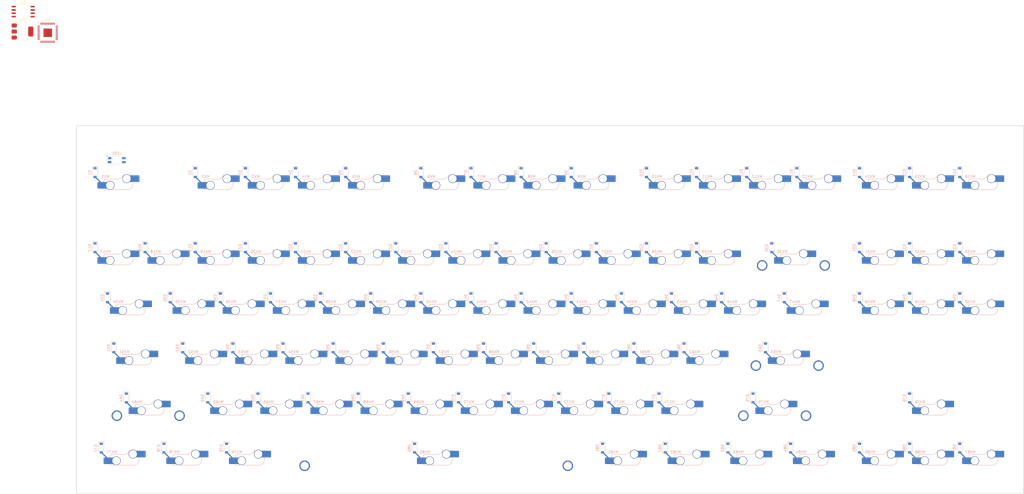
<source format=kicad_pcb>
(kicad_pcb (version 20240108) (generator "pcbnew") (generator_version "8.0")
  (layers (0 "F.Cu" signal) (31 "B.Cu" signal) (34 "B.Paste" user) (35 "F.Paste" user) (36 "B.SilkS" user "B.Silkscreen") (37 "F.SilkS" user "F.Silkscreen") (38 "B.Mask" user) (39 "F.Mask" user) (44 "Edge.Cuts" user))
  (net 0 "")
  (net 1 "Net-(D2-A)")
  (net 2 "Net-(D3-A)")
  (net 3 "Net-(D4-A)")
  (net 4 "Net-(D5-A)")
  (net 5 "Net-(D6-A)")
  (net 6 "Net-(D7-A)")
  (net 7 "Net-(D8-A)")
  (net 8 "Net-(D9-A)")
  (net 9 "Net-(D10-A)")
  (net 10 "Net-(D11-A)")
  (net 11 "Net-(D12-A)")
  (net 12 "Net-(D13-A)")
  (net 13 "Net-(D14-A)")
  (net 14 "Net-(D15-A)")
  (net 15 "Net-(D16-A)")
  (net 16 "Net-(D17-A)")
  (net 17 "row1")
  (net 18 "Net-(D18-A)")
  (net 19 "Net-(D19-A)")
  (net 20 "Net-(D20-A)")
  (net 21 "Net-(D21-A)")
  (net 22 "Net-(D22-A)")
  (net 23 "Net-(D23-A)")
  (net 24 "Net-(D24-A)")
  (net 25 "Net-(D25-A)")
  (net 26 "Net-(D26-A)")
  (net 27 "Net-(D27-A)")
  (net 28 "Net-(D28-A)")
  (net 29 "Net-(D29-A)")
  (net 30 "Net-(D30-A)")
  (net 31 "Net-(D31-A)")
  (net 32 "Net-(D32-A)")
  (net 33 "Net-(D33-A)")
  (net 34 "Net-(D34-A)")
  (net 35 "row2")
  (net 36 "Net-(D35-A)")
  (net 37 "Net-(D36-A)")
  (net 38 "Net-(D37-A)")
  (net 39 "Net-(D38-A)")
  (net 40 "Net-(D39-A)")
  (net 41 "Net-(D40-A)")
  (net 42 "Net-(D41-A)")
  (net 43 "Net-(D42-A)")
  (net 44 "Net-(D43-A)")
  (net 45 "Net-(D44-A)")
  (net 46 "Net-(D45-A)")
  (net 47 "Net-(D46-A)")
  (net 48 "Net-(D47-A)")
  (net 49 "Net-(D48-A)")
  (net 50 "Net-(D49-A)")
  (net 51 "Net-(D50-A)")
  (net 52 "Net-(D51-A)")
  (net 53 "Net-(D52-A)")
  (net 54 "Net-(D53-A)")
  (net 55 "Net-(D54-A)")
  (net 56 "Net-(D55-A)")
  (net 57 "Net-(D56-A)")
  (net 58 "Net-(D57-A)")
  (net 59 "Net-(D58-A)")
  (net 60 "Net-(D59-A)")
  (net 61 "Net-(D60-A)")
  (net 62 "Net-(D61-A)")
  (net 63 "Net-(D62-A)")
  (net 64 "Net-(D63-A)")
  (net 65 "Net-(D64-A)")
  (net 66 "Net-(D65-A)")
  (net 67 "Net-(D66-A)")
  (net 68 "Net-(D67-A)")
  (net 69 "Net-(D68-A)")
  (net 70 "Net-(D69-A)")
  (net 71 "Net-(D70-A)")
  (net 72 "Net-(D71-A)")
  (net 73 "Net-(D72-A)")
  (net 74 "Net-(D73-A)")
  (net 75 "Net-(D74-A)")
  (net 76 "Net-(D75-A)")
  (net 77 "Net-(D76-A)")
  (net 78 "Net-(D77-A)")
  (net 79 "Net-(D78-A)")
  (net 80 "Net-(D79-A)")
  (net 81 "Net-(D80-A)")
  (net 82 "Net-(D81-A)")
  (net 83 "Net-(D82-A)")
  (net 84 "Net-(D83-A)")
  (net 85 "Net-(D84-A)")
  (net 86 "Net-(D85-A)")
  (net 87 "Net-(D86-A)")
  (net 88 "Net-(D87-A)")
  (net 89 "col0")
  (net 90 "VBUS")
  (net 91 "+3V3")
  (net 92 "GND")
  (net 93 "/Microcontroller/QSPI_SD2")
  (net 95 "/Microcontroller/QSPI_SS")
  (net 96 "Net-(U2-USB_DM)")
  (net 97 "/Microcontroller/QSPI_SD3")
  (net 99 "/Microcontroller/QSPI_SD1")
  (net 103 "/Microcontroller/QSPI_SCLK")
  (net 105 "/Microcontroller/QSPI_SD0")
  (net 106 "+1V1")
  (net 107 "/Microcontroller/SWD")
  (net 108 "/Microcontroller/XOUT")
  (net 109 "/Microcontroller/SWCLK")
  (net 112 "/Microcontroller/XIN")
  (net 113 "Net-(U2-USB_DP)")
  (net 114 "Net-(D1-A)")
  (net 115 "row0")
  (net 116 "row3")
  (net 117 "row4")
  (net 118 "row5")
  (net 119 "col2")
  (net 120 "col3")
  (net 121 "col4")
  (net 122 "col5")
  (net 123 "col6")
  (net 124 "col7")
  (net 125 "col8")
  (net 126 "col9")
  (net 127 "col10")
  (net 128 "col11")
  (net 129 "col12")
  (net 130 "col13")
  (net 131 "col14")
  (net 132 "col15")
  (net 133 "col16")
  (net 134 "col1")
  (footprint "PCM_marbastlib-mx:STAB_MX_P_6.25u" (layer "F.Cu") (at 159.512 142.87805 180)
    (property "Reference" "S1" (hide yes))
    (property "Value" "MX_stab")
  )
  (footprint "PCM_marbastlib-mx:STAB_MX_P_2.25u" (layer "F.Cu") (at 292.89375 104.775 180)
    (property "Reference" "S5" (hide yes))
    (property "Value" "MX_stab")
  )
  (footprint "Package_DFN_QFN:QFN-56-1EP_7x7mm_P0.4mm_EP3.2x3.2mm" (layer "F.Cu") (at 11.878 -14.8675)
    (property "Reference" "U2")
    (property "Value" "RP2040")
  )
  (footprint "Package_TO_SOT_SMD:SOT-223-3_TabPin2" (layer "F.Cu") (at 2.298 -15.3225)
    (property "Reference" "U1")
    (property "Value" "NCP1117-3.3_SOT223")
  )
  (footprint "PCM_marbastlib-mx:STAB_MX_P_2.75u" (layer "F.Cu") (at 288.13125 123.825 180)
    (property "Reference" "S2" (hide yes))
    (property "Value" "MX_stab")
  )
  (footprint "PCM_marbastlib-mx:STAB_MX_P_2.25u" (layer "F.Cu") (at 50.06975 123.825 180)
    (property "Reference" "S3" (hide yes))
    (property "Value" "MX_stab")
  )
  (footprint "Package_SO:SOIC-8_5.23x5.23mm_P1.27mm" (layer "F.Cu") (at 2.548 -22.9075)
    (property "Reference" "U3")
    (property "Value" "W25Q128JVS")
  )
  (footprint "PCM_marbastlib-mx:STAB_MX_P_2u" (layer "F.Cu") (at 295.275 66.675 180)
    (property "Reference" "S6" (hide yes))
    (property "Value" "MX_stab")
  )
  (footprint "PCM_marbastlib-mx:SW_MX_HS_CPG151101S11_1u" (layer "B.Cu") (at 38.1 66.675)
    (property "Reference" "MX17")
    (property "Value" "MX_SW_HS")
  )
  (footprint "Diode_SMD:D_SOD-123" (layer "B.Cu") (at 215.5875 105.025 -90)
    (property "Reference" "D60")
    (property "Value" "D")
  )
  (footprint "PCM_marbastlib-mx:SW_MX_HS_CPG151101S11_1u" (layer "B.Cu") (at 180.975 38.1)
    (property "Reference" "MX7")
    (property "Value" "MX_SW_HS")
  )
  (footprint "Diode_SMD:D_SOD-123" (layer "B.Cu") (at 34.6125 85.975 -90)
    (property "Reference" "D34")
    (property "Value" "D")
  )
  (footprint "Diode_SMD:D_SOD-123" (layer "B.Cu") (at 258.45 66.925 -90)
    (property "Reference" "D29")
    (property "Value" "D")
  )
  (footprint "PCM_marbastlib-mx:SW_MX_HS_CPG151101S11_1u" (layer "B.Cu") (at 171.45 66.675)
    (property "Reference" "MX24")
    (property "Value" "MX_SW_HS")
  )
  (footprint "Diode_SMD:D_SOD-123" (layer "B.Cu") (at 253.6875 105.025 -90)
    (property "Reference" "D62")
    (property "Value" "D")
  )
  (footprint "Diode_SMD:D_SOD-123" (layer "B.Cu") (at 125.1 66.925 -90)
    (property "Reference" "D22")
    (property "Value" "D")
  )
  (footprint "PCM_marbastlib-mx:SW_MX_HS_CPG151101S11_1u" (layer "B.Cu") (at 247.65 38.1)
    (property "Reference" "MX10")
    (property "Value" "MX_SW_HS")
  )
  (footprint "Diode_SMD:D_SOD-123" (layer "B.Cu") (at 41.75625 124.075 -90)
    (property "Reference" "D64")
    (property "Value" "D")
  )
  (footprint "Diode_SMD:D_SOD-123" (layer "B.Cu") (at 144.15 66.925 -90)
    (property "Reference" "D23")
    (property "Value" "D")
  )
  (footprint "PCM_marbastlib-mx:SW_MX_HS_CPG151101S11_1u" (layer "B.Cu") (at 288.13125 123.825)
    (property "Reference" "MX75")
    (property "Value" "MX_SW_HS")
  )
  (footprint "PCM_marbastlib-mx:SW_MX_HS_CPG151101S11_1u" (layer "B.Cu") (at 195.2625 123.825)
    (property "Reference" "MX71")
    (property "Value" "MX_SW_HS")
  )
  (footprint "PCM_marbastlib-mx:SW_MX_HS_CPG151101S11_1u" (layer "B.Cu") (at 252.4125 123.825)
    (property "Reference" "MX74")
    (property "Value" "MX_SW_HS")
  )
  (footprint "Diode_SMD:D_SOD-123" (layer "B.Cu") (at 29.85 38.35 -90)
    (property "Reference" "D1")
    (property "Value" "D")
  )
  (footprint "PCM_marbastlib-mx:LED_MX_6028R" (layer "B.Cu") (at 38.1 33.6)
    (property "Reference" "LED1")
    (property "Value" "MX_SK6812MINI-E")
    (fp_line (start -1.699999 -0.702841) (end -1.699999 0.702843) (stroke (width 0.1)) (layer "Edge.Cuts"))
    (fp_line (start -0.794453 1.5) (end 0.794452 1.5) (stroke (width 0.1)) (layer "Edge.Cuts"))
    (fp_line (start 0.794452 -1.499999) (end -0.794452 -1.499999) (stroke (width 0.1)) (layer "Edge.Cuts"))
    (fp_line (start 1.699999 0.702843) (end 1.699999 -0.702841) (stroke (width 0.1)) (layer "Edge.Cuts"))
    (fp_arc (start -1.749484 -0.919719) (mid -1.712527 -0.814067) (end -1.699999 -0.702841) (stroke (width 0.1)) (layer "Edge.Cuts"))
    (fp_arc (start -1.749484 -0.919718) (mid -1.638072 -1.504034) (end -1.046711 -1.568298) (stroke (width 0.1)) (layer "Edge.Cuts"))
    (fp_arc (start -1.699999 0.702844) (mid -1.712527 0.814069) (end -1.749484 0.919721) (stroke (width 0.1)) (layer "Edge.Cuts"))
    (fp_arc (start -1.046711 1.568299) (mid -1.63807 1.504035) (end -1.749484 0.919721) (stroke (width 0.1)) (layer "Edge.Cuts"))
    (fp_arc (start -1.046711 1.568299) (mid -0.925123 1.517377) (end -0.794453 1.5) (stroke (width 0.1)) (layer "Edge.Cuts"))
    (fp_arc (start -0.794452 -1.499999) (mid -0.925123 -1.517376) (end -1.046711 -1.568298) (stroke (width 0.1)) (layer "Edge.Cuts"))
    (fp_arc (start 0.794453 1.500001) (mid 0.925123 1.517378) (end 1.046711 1.5683) (stroke (width 0.1)) (layer "Edge.Cuts"))
    (fp_arc (start 1.04671 -1.568298) (mid 0.925122 -1.517376) (end 0.794452 -1.499999) (stroke (width 0.1)) (layer "Edge.Cuts"))
    (fp_arc (start 1.046711 -1.568296) (mid 1.63807 -1.504033) (end 1.749484 -0.919719) (stroke (width 0.1)) (layer "Edge.Cuts"))
    (fp_arc (start 1.699999 -0.702842) (mid 1.712536 -0.814064) (end 1.749484 -0.919719) (stroke (width 0.1)) (layer "Edge.Cuts"))
    (fp_arc (start 1.749484 0.919721) (mid 1.638072 1.504036) (end 1.046711 1.5683) (stroke (width 0.1)) (layer "Edge.Cuts"))
    (fp_arc (start 1.749484 0.919721) (mid 1.712526 0.814069) (end 1.699999 0.702843) (stroke (width 0.1)) (layer "Edge.Cuts"))
  )
  (footprint "Diode_SMD:D_SOD-123" (layer "B.Cu") (at 244.1625 124.075 -90)
    (property "Reference" "D74")
    (property "Value" "D")
  )
  (footprint "PCM_marbastlib-mx:SW_MX_HS_CPG151101S11_1u" (layer "B.Cu") (at 138.1125 123.825)
    (property "Reference" "MX68")
    (property "Value" "MX_SW_HS")
  )
  (footprint "Diode_SMD:D_SOD-123" (layer "B.Cu") (at 339.4125 66.925 -90)
    (property "Reference" "D32")
    (property "Value" "D")
  )
  (footprint "PCM_marbastlib-mx:SW_MX_HS_CPG151101S11_1u" (layer "B.Cu") (at 238.125 85.725)
    (property "Reference" "MX44")
    (property "Value" "MX_SW_HS")
  )
  (footprint "Diode_SMD:D_SOD-123" (layer "B.Cu") (at 167.9625 124.075 -90)
    (property "Reference" "D70")
    (property "Value" "D")
  )
  (footprint "PCM_marbastlib-mx:SW_MX_HS_CPG151101S11_1u" (layer "B.Cu") (at 328.6125 142.875)
    (property "Reference" "MX85")
    (property "Value" "MX_SW_HS")
  )
  (footprint "PCM_marbastlib-mx:SW_MX_HS_CPG151101S11_1u" (layer "B.Cu") (at 242.8875 104.775)
    (property "Reference" "MX61")
    (property "Value" "MX_SW_HS")
  )
  (footprint "PCM_marbastlib-mx:SW_MX_HS_CPG151101S11_1u" (layer "B.Cu") (at 247.65 66.675)
    (property "Reference" "MX28")
    (property "Value" "MX_SW_HS")
  )
  (footprint "PCM_marbastlib-mx:SW_MX_HS_CPG151101S11_1u" (layer "B.Cu") (at 142.875 85.725)
    (property "Reference" "MX39")
    (property "Value" "MX_SW_HS")
  )
  (footprint "Diode_SMD:D_SOD-123" (layer "B.Cu") (at 284.64375 105.025 -90)
    (property "Reference" "D63")
    (property "Value" "D")
  )
  (footprint "PCM_marbastlib-mx:SW_MX_HS_CPG151101S11_1u" (layer "B.Cu") (at 190.5 66.675)
    (property "Reference" "MX25")
    (property "Value" "MX_SW_HS")
  )
  (footprint "Diode_SMD:D_SOD-123" (layer "B.Cu") (at 210.825 85.975 -90)
    (property "Reference" "D43")
    (property "Value" "D")
  )
  (footprint "Diode_SMD:D_SOD-123" (layer "B.Cu") (at 129.8625 124.075 -90)
    (property "Reference" "D68")
    (property "Value" "D")
  )
  (footprint "PCM_marbastlib-mx:SW_MX_HS_CPG151101S11_1u" (layer "B.Cu") (at 209.55 66.675)
    (property "Reference" "MX26")
    (property "Value" "MX_SW_HS")
  )
  (footprint "Diode_SMD:D_SOD-123" (layer "B.Cu") (at 110.8125 124.075 -90)
    (property "Reference" "D67")
    (property "Value" "D")
  )
  (footprint "PCM_marbastlib-mx:SW_MX_HS_CPG151101S11_1u" (layer "B.Cu") (at 147.6375 104.775)
    (property "Reference" "MX56")
    (property "Value" "MX_SW_HS")
  )
  (footprint "Diode_SMD:D_SOD-123" (layer "B.Cu") (at 72.7125 124.075 -90)
    (property "Reference" "D65")
    (property "Value" "D")
  )
  (footprint "PCM_marbastlib-mx:SW_MX_HS_CPG151101S11_1u" (layer "B.Cu") (at 176.2125 123.825)
    (property "Reference" "MX70")
    (property "Value" "MX_SW_HS")
  )
  (footprint "Diode_SMD:D_SOD-123" (layer "B.Cu") (at 48.9 66.925 -90)
    (property "Reference" "D18")
    (property "Value" "D")
  )
  (footprint "Diode_SMD:D_SOD-123" (layer "B.Cu") (at 87 38.35 -90)
    (property "Reference" "D3")
    (property "Value" "D")
  )
  (footprint "PCM_marbastlib-mx:SW_MX_HS_CPG151101S11_1u" (layer "B.Cu") (at 204.7875 104.775)
    (property "Reference" "MX59")
    (property "Value" "MX_SW_HS")
  )
  (footprint "PCM_marbastlib-mx:SW_MX_HS_CPG151101S11_1u" (layer "B.Cu") (at 161.925 85.725)
    (property "Reference" "MX40")
    (property "Value" "MX_SW_HS")
  )
  (footprint "PCM_marbastlib-mx:SW_MX_HS_CPG151101S11_1u" (layer "B.Cu") (at 180.975 85.725)
    (property "Reference" "MX41")
    (property "Value" "MX_SW_HS")
  )
  (footprint "Diode_SMD:D_SOD-123" (layer "B.Cu") (at 79.85625 143.125 -90)
    (property "Reference" "D79")
    (property "Value" "D")
  )
  (footprint "Diode_SMD:D_SOD-123" (layer "B.Cu") (at 320.3625 38.35 -90)
    (property "Reference" "D14")
    (property "Value" "D")
  )
  (footprint "PCM_marbastlib-mx:SW_MX_HS_CPG151101S11_1u" (layer "B.Cu") (at 200.025 85.725)
    (property "Reference" "MX42")
    (property "Value" "MX_SW_HS")
  )
  (footprint "PCM_marbastlib-mx:SW_MX_HS_CPG151101S11_1u" (layer "B.Cu") (at 123.825 85.725)
    (property "Reference" "MX38")
    (property "Value" "MX_SW_HS")
  )
  (footprint "Diode_SMD:D_SOD-123" (layer "B.Cu") (at 222.73125 143.125 -90)
    (property "Reference" "D81")
    (property "Value" "D")
  )
  (footprint "Diode_SMD:D_SOD-123" (layer "B.Cu") (at 196.5375 105.025 -90)
    (property "Reference" "D59")
    (property "Value" "D")
  )
  (footprint "PCM_marbastlib-mx:SW_MX_HS_CPG151101S11_1u" (layer "B.Cu") (at 347.6625 38.1)
    (property "Reference" "MX15")
    (property "Value" "MX_SW_HS")
  )
  (footprint "PCM_marbastlib-mx:SW_MX_HS_CPG151101S11_1u" (layer "B.Cu") (at 347.6625 123.825)
    (property "Reference" "MX76")
    (property "Value" "MX_SW_HS")
  )
  (footprint "PCM_marbastlib-mx:SW_MX_HS_CPG151101S11_1u" (layer "B.Cu") (at 100.0125 123.825)
    (property "Reference" "MX66")
    (property "Value" "MX_SW_HS")
  )
  (footprint "Diode_SMD:D_SOD-123" (layer "B.Cu") (at 106.05 66.925 -90)
    (property "Reference" "D21")
    (property "Value" "D")
  )
  (footprint "PCM_marbastlib-mx:SW_MX_HS_CPG151101S11_1u" (layer "B.Cu") (at 71.4375 104.775)
    (property "Reference" "MX52")
    (property "Value" "MX_SW_HS")
  )
  (footprint "Diode_SMD:D_SOD-123" (layer "B.Cu") (at 358.4625 143.125 -90)
    (property "Reference" "D87")
    (property "Value" "D")
  )
  (footprint "Diode_SMD:D_SOD-123" (layer "B.Cu") (at 87 66.925 -90)
    (property "Reference" "D20")
    (property "Value" "D")
  )
  (footprint "Diode_SMD:D_SOD-123" (layer "B.Cu") (at 153.675 38.35 -90)
    (property "Reference" "D6")
    (property "Value" "D")
  )
  (footprint "PCM_marbastlib-mx:SW_MX_HS_CPG151101S11_1u" (layer "B.Cu") (at 66.675 85.725)
    (property "Reference" "MX35")
    (property "Value" "MX_SW_HS")
  )
  (footprint "PCM_marbastlib-mx:SW_MX_HS_CPG151101S11_1u" (layer "B.Cu") (at 128.5875 104.775)
    (property "Reference" "MX55")
    (property "Value" "MX_SW_HS")
  )
  (footprint "PCM_marbastlib-mx:SW_MX_HS_CPG151101S11_1u" (layer "B.Cu") (at 159.54375 142.875)
    (property "Reference" "MX80")
    (property "Value" "MX_SW_HS")
  )
  (footprint "PCM_marbastlib-mx:SW_MX_HS_CPG151101S11_1u" (layer "B.Cu") (at 45.24375 104.775)
    (property "Reference" "MX51")
    (property "Value" "MX_SW_HS")
  )
  (footprint "Diode_SMD:D_SOD-123" (layer "B.Cu") (at 77.475 85.975 -90)
    (property "Reference" "D36")
    (property "Value" "D")
  )
  (footprint "Diode_SMD:D_SOD-123" (layer "B.Cu") (at 151.29375 143.125 -90)
    (property "Reference" "D80")
    (property "Value" "D")
  )
  (footprint "Diode_SMD:D_SOD-123" (layer "B.Cu") (at 96.525 85.975 -90)
    (property "Reference" "D37")
    (property "Value" "D")
  )
  (footprint "Diode_SMD:D_SOD-123" (layer "B.Cu") (at 172.725 85.975 -90)
    (property "Reference" "D41")
    (property "Value" "D")
  )
  (footprint "Diode_SMD:D_SOD-123" (layer "B.Cu") (at 246.54375 143.125 -90)
    (property "Reference" "D82")
    (property "Value" "D")
  )
  (footprint "PCM_marbastlib-mx:SW_MX_HS_CPG151101S11_1u" (layer "B.Cu") (at 366.7125 85.725)
    (property "Reference" "MX50")
    (property "Value" "MX_SW_HS")
  )
  (footprint "PCM_marbastlib-mx:SW_MX_HS_CPG151101S11_1u" (layer "B.Cu") (at 233.3625 123.825)
    (property "Reference" "MX73")
    (property "Value" "MX_SW_HS")
  )
  (footprint "Diode_SMD:D_SOD-123" (layer "B.Cu") (at 229.875 85.975 -90)
    (property "Reference" "D44")
    (property "Value" "D")
  )
  (footprint "Diode_SMD:D_SOD-123" (layer "B.Cu") (at 115.575 85.975 -90)
    (property "Reference" "D38")
    (property "Value" "D")
  )
  (footprint "Diode_SMD:D_SOD-123" (layer "B.Cu") (at 139.3875 105.025 -90)
    (property "Reference" "D56")
    (property "Value" "D")
  )
  (footprint "PCM_marbastlib-mx:SW_MX_HS_CPG151101S11_1u" (layer "B.Cu") (at 200.025 38.1)
    (property "Reference" "MX8")
    (property "Value" "MX_SW_HS")
  )
  (footprint "Diode_SMD:D_SOD-123" (layer "B.Cu") (at 206.0625 124.075 -90)
    (property "Reference" "D72")
    (property "Value" "D")
  )
  (footprint "PCM_marbastlib-mx:SW_MX_HS_CPG151101S11_1u" (layer "B.Cu") (at 90.4875 104.775)
    (property "Reference" "MX53")
    (property "Value" "MX_SW_HS")
  )
  (footprint "PCM_marbastlib-mx:SW_MX_HS_CPG151101S11_1u" (layer "B.Cu") (at 230.98125 142.875)
    (property "Reference" "MX81")
    (property "Value" "MX_SW_HS")
  )
  (footprint "Diode_SMD:D_SOD-123" (layer "B.Cu") (at 220.35 66.925 -90)
    (property "Reference" "D27")
    (property "Value" "D")
  )
  (footprint "PCM_marbastlib-mx:SW_MX_HS_CPG151101S11_1u" (layer "B.Cu") (at 302.41875 142.875)
    (property "Reference" "MX84")
    (property "Value" "MX_SW_HS")
  )
  (footprint "Diode_SMD:D_SOD-123" (layer "B.Cu") (at 191.775 38.35 -90)
    (property "Reference" "D8")
    (property "Value" "D")
  )
  (footprint "PCM_marbastlib-mx:SW_MX_HS_CPG151101S11_1u" (layer "B.Cu") (at 95.25 38.1)
    (property "Reference" "MX3")
    (property "Value" "MX_SW_HS")
  )
  (footprint "PCM_marbastlib-mx:SW_MX_HS_CPG151101S11_1u" (layer "B.Cu") (at 133.35 38.1)
    (property "Reference" "MX5")
    (property "Value" "MX_SW_HS")
  )
  (footprint "PCM_marbastlib-mx:SW_MX_HS_CPG151101S11_1u" (layer "B.Cu") (at 40.48125 142.875)
    (property "Reference" "MX77")
    (property "Value" "MX_SW_HS")
  )
  (footprint "PCM_marbastlib-mx:SW_MX_HS_CPG151101S11_1u" (layer "B.Cu") (at 266.7 66.675)
    (property "Reference" "MX29")
    (property "Value" "MX_SW_HS")
  )
  (footprint "Diode_SMD:D_SOD-123" (layer "B.Cu") (at 239.4 38.35 -90)
    (property "Reference" "D10")
    (property "Value" "D")
  )
  (footprint "PCM_marbastlib-mx:SW_MX_HS_CPG151101S11_1u" (layer "B.Cu") (at 347.6625 66.675)
    (property "Reference" "MX32")
    (property "Value" "MX_SW_HS")
  )
  (footprint "Diode_SMD:D_SOD-123" (layer "B.Cu") (at 320.3625 85.975 -90)
    (property "Reference" "D48")
    (property "Value" "D")
  )
  (footprint "PCM_marbastlib-mx:SW_MX_HS_CPG151101S11_1u" (layer "B.Cu") (at 328.6125 38.1)
    (property "Reference" "MX14")
    (property "Value" "MX_SW_HS")
  )
  (footprint "Diode_SMD:D_SOD-123" (layer "B.Cu") (at 177.4875 105.025 -90)
    (property "Reference" "D58")
    (property "Value" "D")
  )
  (footprint "PCM_marbastlib-mx:SW_MX_HS_CPG151101S11_1u" (layer "B.Cu") (at 114.3 38.1)
    (property "Reference" "MX4")
    (property "Value" "MX_SW_HS")
  )
  (footprint "Diode_SMD:D_SOD-123" (layer "B.Cu") (at 56.04375 143.125 -90)
    (property "Reference" "D78")
    (property "Value" "D")
  )
  (footprint "PCM_marbastlib-mx:SW_MX_HS_CPG151101S11_1u" (layer "B.Cu") (at 254.79375 142.875)
    (property "Reference" "MX82")
    (property "Value" "MX_SW_HS")
  )
  (footprint "Diode_SMD:D_SOD-123" (layer "B.Cu") (at 320.3625 66.925 -90)
    (property "Reference" "D31")
    (property "Value" "D")
  )
  (footprint "Diode_SMD:D_SOD-123" (layer "B.Cu") (at 279.88125 124.075 -90)
    (property "Reference" "D75")
    (property "Value" "D")
  )
  (footprint "Diode_SMD:D_SOD-123" (layer "B.Cu") (at 234.6375 105.025 -90)
    (property "Reference" "D61")
    (property "Value" "D")
  )
  (footprint "Diode_SMD:D_SOD-123" (layer "B.Cu") (at 210.825 38.35 -90)
    (property "Reference" "D9")
    (property "Value" "D")
  )
  (footprint "Diode_SMD:D_SOD-123" (layer "B.Cu") (at 29.85 66.925 -90)
    (property "Reference" "D17")
    (property "Value" "D")
  )
  (footprint "PCM_marbastlib-mx:SW_MX_HS_CPG151101S11_1u" (layer "B.Cu") (at 64.29375 142.875)
    (property "Reference" "MX78")
    (property "Value" "MX_SW_HS")
  )
  (footprint "Diode_SMD:D_SOD-123" (layer "B.Cu") (at 339.4125 143.125 -90)
    (property "Reference" "D86")
    (property "Value" "D")
  )
  (footprint "PCM_marbastlib-mx:SW_MX_HS_CPG151101S11_1u" (layer "B.Cu") (at 214.3125 123.825)
    (property "Reference" "MX72")
    (property "Value" "MX_SW_HS")
  )
  (footprint "PCM_marbastlib-mx:SW_MX_HS_CPG151101S11_1u" (layer "B.Cu") (at 304.8 38.1)
    (property "Reference" "MX13")
    (property "Value" "MX_SW_HS")
  )
  (footprint "Diode_SMD:D_SOD-123" (layer "B.Cu") (at 106.05 38.35 -90)
    (property "Reference" "D4")
    (property "Value" "D")
  )
  (footprint "PCM_marbastlib-mx:SW_MX_HS_CPG151101S11_1u" (layer "B.Cu") (at 76.2 66.675)
    (property "Reference" "MX19")
    (property "Value" "MX_SW_HS")
  )
  (footprint "Diode_SMD:D_SOD-123" (layer "B.Cu") (at 125.1 38.35 -90)
    (property "Reference" "D5")
    (property "Value" "D")
  )
  (footprint "PCM_marbastlib-mx:SW_MX_HS_CPG151101S11_1u" (layer "B.Cu") (at 109.5375 104.775)
    (property "Reference" "MX54")
    (property "Value" "MX_SW_HS")
  )
  (footprint "Diode_SMD:D_SOD-123" (layer "B.Cu") (at 225.1125 124.075 -90)
    (property "Reference" "D73")
    (property "Value" "D")
  )
  (footprint "PCM_marbastlib-mx:SW_MX_HS_CPG151101S11_1u" (layer "B.Cu") (at 88.10625 142.875)
    (property "Reference" "MX79")
    (property "Value" "MX_SW_HS")
  )
  (footprint "Diode_SMD:D_SOD-123" (layer "B.Cu") (at 134.625 85.975 -90)
    (property "Reference" "D39")
    (property "Value" "D")
  )
  (footprint "Diode_SMD:D_SOD-123" (layer "B.Cu") (at 191.775 85.975 -90)
    (property "Reference" "D42")
    (property "Value" "D")
  )
  (footprint "Diode_SMD:D_SOD-123" (layer "B.Cu") (at 358.4625 66.925 -90)
    (property "Reference" "D33")
    (property "Value" "D")
  )
  (footprint "PCM_marbastlib-mx:SW_MX_HS_CPG151101S11_1u" (layer "B.Cu") (at 347.6625 85.725)
    (property "Reference" "MX49")
    (property "Value" "MX_SW_HS")
  )
  (footprint "PCM_marbastlib-mx:SW_MX_HS_CPG151101S11_1u" (layer "B.Cu") (at 219.075 85.725)
    (property "Reference" "MX43")
    (property "Value" "MX_SW_HS")
  )
  (footprint "PCM_marbastlib-mx:SW_MX_HS_CPG151101S11_1u" (layer "B.Cu") (at 76.2 38.1)
    (property "Reference" "MX2")
    (property "Value" "MX_SW_HS")
  )
  (footprint "PCM_marbastlib-mx:SW_MX_HS_CPG151101S11_1u" (layer "B.Cu") (at 366.7125 142.875)
    (property "Reference" "MX87")
    (property "Value" "MX_SW_HS")
  )
  (footprint "PCM_marbastlib-mx:SW_MX_HS_CPG151101S11_1u" (layer "B.Cu") (at 57.15 66.675)
    (property "Reference" "MX18")
    (property "Value" "MX_SW_HS")
  )
  (footprint "PCM_marbastlib-mx:SW_MX_HS_CPG151101S11_1u" (layer "B.Cu") (at 50.00625 123.825)
    (property "Reference" "MX64")
    (property "Value" "MX_SW_HS")
  )
  (footprint "Diode_SMD:D_SOD-123" (layer "B.Cu") (at 358.4625 38.35 -90)
    (property "Reference" "D16")
    (property "Value" "D")
  )
  (footprint "Diode_SMD:D_SOD-123" (layer "B.Cu") (at 294.16875 143.125 -90)
    (property "Reference" "D84")
    (property "Value" "D")
  )
  (footprint "Diode_SMD:D_SOD-123" (layer "B.Cu") (at 182.25 66.925 -90)
    (property "Reference" "D25")
    (property "Value" "D")
  )
  (footprint "Diode_SMD:D_SOD-123" (layer "B.Cu") (at 248.925 85.975 -90)
    (property "Reference" "D45")
    (property "Value" "D")
  )
  (footprint "PCM_marbastlib-mx:SW_MX_HS_CPG151101S11_1u" (layer "B.Cu") (at 278.60625 142.875)
    (property "Reference" "MX83")
    (property "Value" "MX_SW_HS")
  )
  (footprint "Diode_SMD:D_SOD-123" (layer "B.Cu") (at 63.1875 105.025 -90)
    (property "Reference" "D52")
    (property "Value" "D")
  )
  (footprint "Diode_SMD:D_SOD-123" (layer "B.Cu") (at 187.0125 124.075 -90)
    (property "Reference" "D71")
    (property "Value" "D")
  )
  (footprint "PCM_marbastlib-mx:SW_MX_HS_CPG151101S11_1u" (layer "B.Cu") (at 300.0375 85.725)
    (property "Reference" "MX47")
    (property "Value" "MX_SW_HS")
  )
  (footprint "PCM_marbastlib-mx:SW_MX_HS_CPG151101S11_1u" (layer "B.Cu") (at 95.25 66.675)
    (property "Reference" "MX20")
    (property "Value" "MX_SW_HS")
  )
  (footprint "PCM_marbastlib-mx:SW_MX_HS_CPG151101S11_1u" (layer "B.Cu") (at 219.075 38.1)
    (property "Reference" "MX9")
    (property "Value" "MX_SW_HS")
  )
  (footprint "PCM_marbastlib-mx:SW_MX_HS_CPG151101S11_1u" (layer "B.Cu") (at 38.1 38.1)
    (property "Reference" "MX1")
    (property "Value" "MX_SW_HS")
  )
  (footprint "Diode_SMD:D_SOD-123" (layer "B.Cu") (at 172.725 38.35 -90)
    (property "Reference" "D7")
    (property "Value" "D")
  )
  (footprint "Diode_SMD:D_SOD-123" (layer "B.Cu") (at 270.35625 143.125 -90)
    (property "Reference" "D83")
    (property "Value" "D")
  )
  (footprint "Diode_SMD:D_SOD-123" (layer "B.Cu") (at 148.9125 124.075 -90)
    (property "Reference" "D69")
    (property "Value" "D")
  )
  (footprint "Diode_SMD:D_SOD-123" (layer "B.Cu") (at 258.45 38.35 -90)
    (property "Reference" "D11")
    (property "Value" "D")
  )
  (footprint "Diode_SMD:D_SOD-123" (layer "B.Cu") (at 320.3625 143.125 -90)
    (property "Reference" "D85")
    (property "Value" "D")
  )
  (footprint "PCM_marbastlib-mx:SW_MX_HS_CPG151101S11_1u" (layer "B.Cu") (at 152.4 66.675)
    (property "Reference" "MX23")
    (property "Value" "MX_SW_HS")
  )
  (footprint "PCM_marbastlib-mx:SW_MX_HS_CPG151101S11_1u" (layer "B.Cu") (at 295.275 66.675)
    (property "Reference" "MX30")
    (property "Value" "MX_SW_HS")
  )
  (footprint "Diode_SMD:D_SOD-123" (layer "B.Cu") (at 101.2875 105.025 -90)
    (property "Reference" "D54")
    (property "Value" "D")
  )
  (footprint "Diode_SMD:D_SOD-123" (layer "B.Cu") (at 287.025 66.925 -90)
    (property "Reference" "D30")
    (property "Value" "D")
  )
  (footprint "Diode_SMD:D_SOD-123" (layer "B.Cu") (at 32.23125 143.125 -90)
    (property "Reference" "D77")
    (property "Value" "D")
  )
  (footprint "PCM_marbastlib-mx:SW_MX_HS_CPG151101S11_1u" (layer "B.Cu") (at 257.175 85.725)
    (property "Reference" "MX45")
    (property "Value" "MX_SW_HS")
  )
  (footprint "PCM_marbastlib-mx:SW_MX_HS_CPG151101S11_1u" (layer "B.Cu") (at 276.225 85.725)
    (property "Reference" "MX46")
    (property "Value" "MX_SW_HS")
  )
  (footprint "Diode_SMD:D_SOD-123" (layer "B.Cu") (at 82.2375 105.025 -90)
    (property "Reference" "D53")
    (property "Value" "D")
  )
  (footprint "Diode_SMD:D_SOD-123" (layer "B.Cu") (at 339.4125 38.35 -90)
    (property "Reference" "D15")
    (property "Value" "D")
  )
  (footprint "Diode_SMD:D_SOD-123" (layer "B.Cu") (at 158.4375 105.025 -90)
    (property "Reference" "D57")
    (property "Value" "D")
  )
  (footprint "PCM_marbastlib-mx:SW_MX_HS_CPG151101S11_1u" (layer "B.Cu") (at 80.9625 123.825)
    (property "Reference" "MX65")
    (property "Value" "MX_SW_HS")
  )
  (footprint "PCM_marbastlib-mx:SW_MX_HS_CPG151101S11_1u" (layer "B.Cu") (at 161.925 38.1)
    (property "Reference" "MX6")
    (property "Value" "MX_SW_HS")
  )
  (footprint "Diode_SMD:D_SOD-123" (layer "B.Cu") (at 239.4 66.925 -90)
    (property "Reference" "D28")
    (property "Value" "D")
  )
  (footprint "Diode_SMD:D_SOD-123" (layer "B.Cu") (at 291.7875 85.975 -90)
    (property "Reference" "D47")
    (property "Value" "D")
  )
  (footprint "PCM_marbastlib-mx:SW_MX_HS_CPG151101S11_1u" (layer "B.Cu") (at 185.7375 104.775)
    (property "Reference" "MX58")
    (property "Value" "MX_SW_HS")
  )
  (footprint "Diode_SMD:D_SOD-123" (layer "B.Cu") (at 67.95 38.35 -90)
    (property "Reference" "D2")
    (property "Value" "D")
  )
  (footprint "Diode_SMD:D_SOD-123" (layer "B.Cu") (at 267.975 85.975 -90)
    (property "Reference" "D46")
    (property "Value" "D")
  )
  (footprint "PCM_marbastlib-mx:SW_MX_HS_CPG151101S11_1u" (layer "B.Cu") (at 85.725 85.725)
    (property "Reference" "MX36")
    (property "Value" "MX_SW_HS")
  )
  (footprint "Diode_SMD:D_SOD-123" (layer "B.Cu") (at 58.425 85.975 -90)
    (property "Reference" "D35")
    (property "Value" "D")
  )
  (footprint "PCM_marbastlib-mx:SW_MX_HS_CPG151101S11_1u" (layer "B.Cu") (at 328.6125 66.675)
    (property "Reference" "MX31")
    (property "Value" "MX_SW_HS")
  )
  (footprint "PCM_marbastlib-mx:SW_MX_HS_CPG151101S11_1u" (layer "B.Cu") (at 228.6 66.675)
    (property "Reference" "MX27")
    (property "Value" "MX_SW_HS")
  )
  (footprint "Diode_SMD:D_SOD-123" (layer "B.Cu") (at 358.4625 85.975 -90)
    (property "Reference" "D50")
    (property "Value" "D")
  )
  (footprint "PCM_marbastlib-mx:SW_MX_HS_CPG151101S11_1u" (layer "B.Cu") (at 157.1625 123.825)
    (property "Reference" "MX69")
    (property "Value" "MX_SW_HS")
  )
  (footprint "PCM_marbastlib-mx:SW_MX_HS_CPG151101S11_1u" (layer "B.Cu") (at 119.0625 123.825)
    (property "Reference" "MX67")
    (property "Value" "MX_SW_HS")
  )
  (footprint "PCM_marbastlib-mx:SW_MX_HS_CPG151101S11_1u" (layer "B.Cu") (at 328.6125 85.725)
    (property "Reference" "MX48")
    (property "Value" "MX_SW_HS")
  )
  (footprint "Diode_SMD:D_SOD-123" (layer "B.Cu") (at 339.4125 85.975 -90)
    (property "Reference" "D49")
    (property "Value" "D")
  )
  (footprint "PCM_marbastlib-mx:SW_MX_HS_CPG151101S11_1u" (layer "B.Cu") (at 104.775 85.725)
    (property "Reference" "MX37")
    (property "Value" "MX_SW_HS")
  )
  (footprint "Diode_SMD:D_SOD-123" (layer "B.Cu") (at 120.3375 105.025 -90)
    (property "Reference" "D55")
    (property "Value" "D")
  )
  (footprint "PCM_marbastlib-mx:SW_MX_HS_CPG151101S11_1u" (layer "B.Cu") (at 133.35 66.675)
    (property "Reference" "MX22")
    (property "Value" "MX_SW_HS")
  )
  (footprint "PCM_marbastlib-mx:SW_MX_HS_CPG151101S11_1u" (layer "B.Cu") (at 114.3 66.675)
    (property "Reference" "MX21")
    (property "Value" "MX_SW_HS")
  )
  (footprint "Diode_SMD:D_SOD-123" (layer "B.Cu") (at 277.5 38.35 -90)
    (property "Reference" "D12")
    (property "Value" "D")
  )
  (footprint "PCM_marbastlib-mx:SW_MX_HS_CPG151101S11_1u" (layer "B.Cu") (at 366.7125 66.675)
    (property "Reference" "MX33")
    (property "Value" "MX_SW_HS")
  )
  (footprint "PCM_marbastlib-mx:SW_MX_HS_CPG151101S11_1u" (layer "B.Cu") (at 266.7 38.1)
    (property "Reference" "MX11")
    (property "Value" "MX_SW_HS")
  )
  (footprint "PCM_marbastlib-mx:SW_MX_HS_CPG151101S11_1u" (layer "B.Cu") (at 292.89375 104.775)
    (property "Reference" "MX63")
    (property "Value" "MX_SW_HS")
  )
  (footprint "Diode_SMD:D_SOD-123" (layer "B.Cu") (at 201.3 66.925 -90)
    (property "Reference" "D26")
    (property "Value" "D")
  )
  (footprint "PCM_marbastlib-mx:SW_MX_HS_CPG151101S11_1u" (layer "B.Cu") (at 166.6875 104.775)
    (property "Reference" "MX57")
    (property "Value" "MX_SW_HS")
  )
  (footprint "Diode_SMD:D_SOD-123" (layer "B.Cu") (at 296.55 38.35 -90)
    (property "Reference" "D13")
    (property "Value" "D")
  )
  (footprint "PCM_marbastlib-mx:SW_MX_HS_CPG151101S11_1u" (layer "B.Cu") (at 42.8625 85.725)
    (property "Reference" "MX34")
    (property "Value" "MX_SW_HS")
  )
  (footprint "PCM_marbastlib-mx:SW_MX_HS_CPG151101S11_1u" (layer "B.Cu") (at 261.9375 104.775)
    (property "Reference" "MX62")
    (property "Value" "MX_SW_HS")
  )
  (footprint "PCM_marbastlib-mx:SW_MX_HS_CPG151101S11_1u" (layer "B.Cu") (at 223.8375 104.775)
    (property "Reference" "MX60")
    (property "Value" "MX_SW_HS")
  )
  (footprint "PCM_marbastlib-mx:SW_MX_HS_CPG151101S11_1u" (layer "B.Cu") (at 285.75 38.1)
    (property "Reference" "MX12")
    (property "Value" "MX_SW_HS")
  )
  (footprint "Diode_SMD:D_SOD-123" (layer "B.Cu") (at 163.2 66.925 -90)
    (property "Reference" "D24")
    (property "Value" "D")
  )
  (footprint "Diode_SMD:D_SOD-123" (layer "B.Cu") (at 153.675 85.975 -90)
    (property "Reference" "D40")
    (property "Value" "D")
  )
  (footprint "PCM_marbastlib-mx:SW_MX_HS_CPG151101S11_1u" (layer "B.Cu") (at 366.7125 38.1)
    (property "Reference" "MX16")
    (property "Value" "MX_SW_HS")
  )
  (footprint "Diode_SMD:D_SOD-123" (layer "B.Cu") (at 339.4125 124.075 -90)
    (property "Reference" "D76")
    (property "Value" "D")
  )
  (footprint "Diode_SMD:D_SOD-123" (layer "B.Cu") (at 91.7625 124.075 -90)
    (property "Reference" "D66")
    (property "Value" "D")
  )
  (footprint "PCM_marbastlib-mx:SW_MX_HS_CPG151101S11_1u" (layer "B.Cu") (at 347.6625 142.875)
    (property "Reference" "MX86")
    (property "Value" "MX_SW_HS")
  )
  (footprint "Diode_SMD:D_SOD-123" (layer "B.Cu") (at 67.95 66.925 -90)
    (property "Reference" "D19")
    (property "Value" "D")
  )
  (footprint "Diode_SMD:D_SOD-123" (layer "B.Cu") (at 36.99375 105.025 -90)
    (property "Reference" "D51")
    (property "Value" "D")
  )
  (gr_rect (start 22.778 20.528) (end 382.778 160.528) (stroke (width 0.2)) (fill none) (layer "Edge.Cuts"))
  (segment (start 70.11 42.16) (end 67.95 40) (width 0.2) (layer "B.Cu") (net 1))
  (segment (start 70.11 43.18) (end 70.11 42.16) (width 0.2) (layer "B.Cu") (net 1))
  (segment (start 70.11 42.16) (end 67.95 40) (width 0.2) (layer "B.Cu") (net 1))
  (segment (start 70.11 43.18) (end 70.11 42.16) (width 0.2) (layer "B.Cu") (net 1))
  (segment (start 70.11 43.18) (end 70.11 42.16) (width 0.2) (layer "B.Cu") (net 1))
  (segment (start 70.11 42.16) (end 67.95 40) (width 0.2) (layer "B.Cu") (net 1))
  (segment (start 70.11 42.16) (end 67.95 40) (width 0.2) (layer "B.Cu") (net 1))
  (segment (start 70.11 43.18) (end 70.11 41.91) (width 0.2) (layer "B.Cu") (net 1))
  (segment (start 70.11 43.18) (end 70.11 42.16) (width 0.2) (layer "B.Cu") (net 1))
  (segment (start 70.11 41.91) (end 68.2 40) (width 0.2) (layer "B.Cu") (net 1))
  (segment (start 70.11 43.18) (end 70.11 42.16) (width 0.2) (layer "B.Cu") (net 1))
  (segment (start 70.11 42.16) (end 67.95 40) (width 0.2) (layer "B.Cu") (net 1))
  (segment (start 89.16 43.18) (end 89.16 42.16) (width 0.2) (layer "B.Cu") (net 2))
  (segment (start 89.16 43.18) (end 89.16 41.91) (width 0.2) (layer "B.Cu") (net 2))
  (segment (start 89.16 41.91) (end 87.25 40) (width 0.2) (layer "B.Cu") (net 2))
  (segment (start 89.16 43.18) (end 89.16 42.16) (width 0.2) (layer "B.Cu") (net 2))
  (segment (start 89.16 43.18) (end 89.16 42.16) (width 0.2) (layer "B.Cu") (net 2))
  (segment (start 89.16 42.16) (end 87 40) (width 0.2) (layer "B.Cu") (net 2))
  (segment (start 89.16 42.16) (end 87 40) (width 0.2) (layer "B.Cu") (net 2))
  (segment (start 89.16 43.18) (end 89.16 42.16) (width 0.2) (layer "B.Cu") (net 2))
  (segment (start 89.16 42.16) (end 87 40) (width 0.2) (layer "B.Cu") (net 2))
  (segment (start 89.16 42.16) (end 87 40) (width 0.2) (layer "B.Cu") (net 2))
  (segment (start 89.16 42.16) (end 87 40) (width 0.2) (layer "B.Cu") (net 2))
  (segment (start 89.16 43.18) (end 89.16 42.16) (width 0.2) (layer "B.Cu") (net 2))
  (segment (start 108.21 42.16) (end 106.05 40) (width 0.2) (layer "B.Cu") (net 3))
  (segment (start 108.21 43.18) (end 108.21 42.16) (width 0.2) (layer "B.Cu") (net 3))
  (segment (start 108.21 43.18) (end 108.21 41.91) (width 0.2) (layer "B.Cu") (net 3))
  (segment (start 108.21 42.16) (end 106.05 40) (width 0.2) (layer "B.Cu") (net 3))
  (segment (start 108.21 42.16) (end 106.05 40) (width 0.2) (layer "B.Cu") (net 3))
  (segment (start 108.21 43.18) (end 108.21 42.16) (width 0.2) (layer "B.Cu") (net 3))
  (segment (start 108.21 42.16) (end 106.05 40) (width 0.2) (layer "B.Cu") (net 3))
  (segment (start 108.21 43.18) (end 108.21 42.16) (width 0.2) (layer "B.Cu") (net 3))
  (segment (start 108.21 43.18) (end 108.21 42.16) (width 0.2) (layer "B.Cu") (net 3))
  (segment (start 108.21 43.18) (end 108.21 42.16) (width 0.2) (layer "B.Cu") (net 3))
  (segment (start 108.21 42.16) (end 106.05 40) (width 0.2) (layer "B.Cu") (net 3))
  (segment (start 108.21 41.91) (end 106.3 40) (width 0.2) (layer "B.Cu") (net 3))
  (segment (start 127.26 43.18) (end 127.26 42.16) (width 0.2) (layer "B.Cu") (net 4))
  (segment (start 127.26 43.18) (end 127.26 42.16) (width 0.2) (layer "B.Cu") (net 4))
  (segment (start 127.26 41.91) (end 125.35 40) (width 0.2) (layer "B.Cu") (net 4))
  (segment (start 127.26 43.18) (end 127.26 41.91) (width 0.2) (layer "B.Cu") (net 4))
  (segment (start 127.26 43.18) (end 127.26 42.16) (width 0.2) (layer "B.Cu") (net 4))
  (segment (start 127.26 42.16) (end 125.1 40) (width 0.2) (layer "B.Cu") (net 4))
  (segment (start 127.26 42.16) (end 125.1 40) (width 0.2) (layer "B.Cu") (net 4))
  (segment (start 127.26 42.16) (end 125.1 40) (width 0.2) (layer "B.Cu") (net 4))
  (segment (start 127.26 43.18) (end 127.26 42.16) (width 0.2) (layer "B.Cu") (net 4))
  (segment (start 127.26 42.16) (end 125.1 40) (width 0.2) (layer "B.Cu") (net 4))
  (segment (start 127.26 42.16) (end 125.1 40) (width 0.2) (layer "B.Cu") (net 4))
  (segment (start 127.26 43.18) (end 127.26 42.16) (width 0.2) (layer "B.Cu") (net 4))
  (segment (start 155.835 42.16) (end 153.675 40) (width 0.2) (layer "B.Cu") (net 5))
  (segment (start 155.835 43.18) (end 155.835 42.16) (width 0.2) (layer "B.Cu") (net 5))
  (segment (start 155.835 43.18) (end 155.835 41.91) (width 0.2) (layer "B.Cu") (net 5))
  (segment (start 155.835 42.16) (end 153.675 40) (width 0.2) (layer "B.Cu") (net 5))
  (segment (start 155.835 43.18) (end 155.835 42.16) (width 0.2) (layer "B.Cu") (net 5))
  (segment (start 155.835 43.18) (end 155.835 42.16) (width 0.2) (layer "B.Cu") (net 5))
  (segment (start 155.835 42.16) (end 153.675 40) (width 0.2) (layer "B.Cu") (net 5))
  (segment (start 155.835 42.16) (end 153.675 40) (width 0.2) (layer "B.Cu") (net 5))
  (segment (start 155.835 43.18) (end 155.835 42.16) (width 0.2) (layer "B.Cu") (net 5))
  (segment (start 155.835 43.18) (end 155.835 42.16) (width 0.2) (layer "B.Cu") (net 5))
  (segment (start 155.835 42.16) (end 153.675 40) (width 0.2) (layer "B.Cu") (net 5))
  (segment (start 155.835 41.91) (end 153.925 40) (width 0.2) (layer "B.Cu") (net 5))
  (segment (start 174.885 43.18) (end 174.885 42.16) (width 0.2) (layer "B.Cu") (net 6))
  (segment (start 174.885 43.18) (end 174.885 42.16) (width 0.2) (layer "B.Cu") (net 6))
  (segment (start 174.885 42.16) (end 172.725 40) (width 0.2) (layer "B.Cu") (net 6))
  (segment (start 174.885 42.16) (end 172.725 40) (width 0.2) (layer "B.Cu") (net 6))
  (segment (start 174.885 42.16) (end 172.725 40) (width 0.2) (layer "B.Cu") (net 6))
  (segment (start 174.885 43.18) (end 174.885 41.91) (width 0.2) (layer "B.Cu") (net 6))
  (segment (start 174.885 43.18) (end 174.885 42.16) (width 0.2) (layer "B.Cu") (net 6))
  (segment (start 174.885 43.18) (end 174.885 42.16) (width 0.2) (layer "B.Cu") (net 6))
  (segment (start 174.885 42.16) (end 172.725 40) (width 0.2) (layer "B.Cu") (net 6))
  (segment (start 174.885 42.16) (end 172.725 40) (width 0.2) (layer "B.Cu") (net 6))
  (segment (start 174.885 41.91) (end 172.975 40) (width 0.2) (layer "B.Cu") (net 6))
  (segment (start 174.885 43.18) (end 174.885 42.16) (width 0.2) (layer "B.Cu") (net 6))
  (segment (start 193.935 43.18) (end 193.935 42.16) (width 0.2) (layer "B.Cu") (net 7))
  (segment (start 193.935 41.91) (end 192.025 40) (width 0.2) (layer "B.Cu") (net 7))
  (segment (start 193.935 42.16) (end 191.775 40) (width 0.2) (layer "B.Cu") (net 7))
  (segment (start 193.935 43.18) (end 193.935 42.16) (width 0.2) (layer "B.Cu") (net 7))
  (segment (start 193.935 42.16) (end 191.775 40) (width 0.2) (layer "B.Cu") (net 7))
  (segment (start 193.935 43.18) (end 193.935 42.16) (width 0.2) (layer "B.Cu") (net 7))
  (segment (start 193.935 43.18) (end 193.935 42.16) (width 0.2) (layer "B.Cu") (net 7))
  (segment (start 193.935 43.18) (end 193.935 41.91) (width 0.2) (layer "B.Cu") (net 7))
  (segment (start 193.935 42.16) (end 191.775 40) (width 0.2) (layer "B.Cu") (net 7))
  (segment (start 193.935 43.18) (end 193.935 42.16) (width 0.2) (layer "B.Cu") (net 7))
  (segment (start 193.935 42.16) (end 191.775 40) (width 0.2) (layer "B.Cu") (net 7))
  (segment (start 193.935 42.16) (end 191.775 40) (width 0.2) (layer "B.Cu") (net 7))
  (segment (start 212.985 43.18) (end 212.985 42.16) (width 0.2) (layer "B.Cu") (net 8))
  (segment (start 212.985 42.16) (end 210.825 40) (width 0.2) (layer "B.Cu") (net 8))
  (segment (start 212.985 43.18) (end 212.985 42.16) (width 0.2) (layer "B.Cu") (net 8))
  (segment (start 212.985 43.18) (end 212.985 42.16) (width 0.2) (layer "B.Cu") (net 8))
  (segment (start 212.985 41.91) (end 211.075 40) (width 0.2) (layer "B.Cu") (net 8))
  (segment (start 212.985 42.16) (end 210.825 40) (width 0.2) (layer "B.Cu") (net 8))
  (segment (start 212.985 43.18) (end 212.985 42.16) (width 0.2) (layer "B.Cu") (net 8))
  (segment (start 212.985 42.16) (end 210.825 40) (width 0.2) (layer "B.Cu") (net 8))
  (segment (start 212.985 42.16) (end 210.825 40) (width 0.2) (layer "B.Cu") (net 8))
  (segment (start 212.985 42.16) (end 210.825 40) (width 0.2) (layer "B.Cu") (net 8))
  (segment (start 212.985 43.18) (end 212.985 41.91) (width 0.2) (layer "B.Cu") (net 8))
  (segment (start 212.985 43.18) (end 212.985 42.16) (width 0.2) (layer "B.Cu") (net 8))
  (segment (start 241.56 42.16) (end 239.4 40) (width 0.2) (layer "B.Cu") (net 9))
  (segment (start 241.56 43.18) (end 241.56 41.91) (width 0.2) (layer "B.Cu") (net 9))
  (segment (start 241.56 43.18) (end 241.56 42.16) (width 0.2) (layer "B.Cu") (net 9))
  (segment (start 241.56 43.18) (end 241.56 42.16) (width 0.2) (layer "B.Cu") (net 9))
  (segment (start 241.56 42.16) (end 239.4 40) (width 0.2) (layer "B.Cu") (net 9))
  (segment (start 241.56 43.18) (end 241.56 42.16) (width 0.2) (layer "B.Cu") (net 9))
  (segment (start 241.56 41.91) (end 239.65 40) (width 0.2) (layer "B.Cu") (net 9))
  (segment (start 241.56 43.18) (end 241.56 42.16) (width 0.2) (layer "B.Cu") (net 9))
  (segment (start 241.56 42.16) (end 239.4 40) (width 0.2) (layer "B.Cu") (net 9))
  (segment (start 241.56 43.18) (end 241.56 42.16) (width 0.2) (layer "B.Cu") (net 9))
  (segment (start 241.56 42.16) (end 239.4 40) (width 0.2) (layer "B.Cu") (net 9))
  (segment (start 241.56 42.16) (end 239.4 40) (width 0.2) (layer "B.Cu") (net 9))
  (segment (start 260.61 42.16) (end 258.45 40) (width 0.2) (layer "B.Cu") (net 10))
  (segment (start 260.61 42.16) (end 258.45 40) (width 0.2) (layer "B.Cu") (net 10))
  (segment (start 260.61 43.18) (end 260.61 42.16) (width 0.2) (layer "B.Cu") (net 10))
  (segment (start 260.61 41.91) (end 258.7 40) (width 0.2) (layer "B.Cu") (net 10))
  (segment (start 260.61 42.16) (end 258.45 40) (width 0.2) (layer "B.Cu") (net 10))
  (segment (start 260.61 43.18) (end 260.61 42.16) (width 0.2) (layer "B.Cu") (net 10))
  (segment (start 260.61 43.18) (end 260.61 42.16) (width 0.2) (layer "B.Cu") (net 10))
  (segment (start 260.61 43.18) (end 260.61 41.91) (width 0.2) (layer "B.Cu") (net 10))
  (segment (start 260.61 43.18) (end 260.61 42.16) (width 0.2) (layer "B.Cu") (net 10))
  (segment (start 260.61 42.16) (end 258.45 40) (width 0.2) (layer "B.Cu") (net 10))
  (segment (start 260.61 43.18) (end 260.61 42.16) (width 0.2) (layer "B.Cu") (net 10))
  (segment (start 260.61 42.16) (end 258.45 40) (width 0.2) (layer "B.Cu") (net 10))
  (segment (start 279.66 42.16) (end 277.5 40) (width 0.2) (layer "B.Cu") (net 11))
  (segment (start 279.66 43.18) (end 279.66 42.16) (width 0.2) (layer "B.Cu") (net 11))
  (segment (start 279.66 43.18) (end 279.66 42.16) (width 0.2) (layer "B.Cu") (net 11))
  (segment (start 279.66 42.16) (end 277.5 40) (width 0.2) (layer "B.Cu") (net 11))
  (segment (start 279.66 43.18) (end 279.66 42.16) (width 0.2) (layer "B.Cu") (net 11))
  (segment (start 279.66 41.91) (end 277.75 40) (width 0.2) (layer "B.Cu") (net 11))
  (segment (start 279.66 42.16) (end 277.5 40) (width 0.2) (layer "B.Cu") (net 11))
  (segment (start 279.66 43.18) (end 279.66 42.16) (width 0.2) (layer "B.Cu") (net 11))
  (segment (start 279.66 43.18) (end 279.66 41.91) (width 0.2) (layer "B.Cu") (net 11))
  (segment (start 279.66 42.16) (end 277.5 40) (width 0.2) (layer "B.Cu") (net 11))
  (segment (start 279.66 43.18) (end 279.66 42.16) (width 0.2) (layer "B.Cu") (net 11))
  (segment (start 279.66 42.16) (end 277.5 40) (width 0.2) (layer "B.Cu") (net 11))
  (segment (start 298.71 42.16) (end 296.55 40) (width 0.2) (layer "B.Cu") (net 12))
  (segment (start 298.71 42.16) (end 296.55 40) (width 0.2) (layer "B.Cu") (net 12))
  (segment (start 298.71 43.18) (end 298.71 42.16) (width 0.2) (layer "B.Cu") (net 12))
  (segment (start 298.71 43.18) (end 298.71 42.16) (width 0.2) (layer "B.Cu") (net 12))
  (segment (start 298.71 42.16) (end 296.55 40) (width 0.2) (layer "B.Cu") (net 12))
  (segment (start 298.71 43.18) (end 298.71 41.91) (width 0.2) (layer "B.Cu") (net 12))
  (segment (start 298.71 43.18) (end 298.71 42.16) (width 0.2) (layer "B.Cu") (net 12))
  (segment (start 298.71 43.18) (end 298.71 42.16) (width 0.2) (layer "B.Cu") (net 12))
  (segment (start 298.71 43.18) (end 298.71 42.16) (width 0.2) (layer "B.Cu") (net 12))
  (segment (start 298.71 41.91) (end 296.8 40) (width 0.2) (layer "B.Cu") (net 12))
  (segment (start 298.71 42.16) (end 296.55 40) (width 0.2) (layer "B.Cu") (net 12))
  (segment (start 298.71 42.16) (end 296.55 40) (width 0.2) (layer "B.Cu") (net 12))
  (segment (start 322.5225 41.91) (end 320.6125 40) (width 0.2) (layer "B.Cu") (net 13))
  (segment (start 322.5225 42.16) (end 320.3625 40) (width 0.2) (layer "B.Cu") (net 13))
  (segment (start 322.5225 43.18) (end 322.5225 42.16) (width 0.2) (layer "B.Cu") (net 13))
  (segment (start 322.5225 42.16) (end 320.3625 40) (width 0.2) (layer "B.Cu") (net 13))
  (segment (start 322.5225 43.18) (end 322.5225 42.16) (width 0.2) (layer "B.Cu") (net 13))
  (segment (start 322.5225 42.16) (end 320.3625 40) (width 0.2) (layer "B.Cu") (net 13))
  (segment (start 322.5225 43.18) (end 322.5225 41.91) (width 0.2) (layer "B.Cu") (net 13))
  (segment (start 322.5225 42.16) (end 320.3625 40) (width 0.2) (layer "B.Cu") (net 13))
  (segment (start 322.5225 42.16) (end 320.3625 40) (width 0.2) (layer "B.Cu") (net 13))
  (segment (start 322.5225 43.18) (end 322.5225 42.16) (width 0.2) (layer "B.Cu") (net 13))
  (segment (start 322.5225 43.18) (end 322.5225 42.16) (width 0.2) (layer "B.Cu") (net 13))
  (segment (start 322.5225 43.18) (end 322.5225 42.16) (width 0.2) (layer "B.Cu") (net 13))
  (segment (start 341.5725 43.18) (end 341.5725 42.16) (width 0.2) (layer "B.Cu") (net 14))
  (segment (start 341.5725 41.91) (end 339.6625 40) (width 0.2) (layer "B.Cu") (net 14))
  (segment (start 341.5725 42.16) (end 339.4125 40) (width 0.2) (layer "B.Cu") (net 14))
  (segment (start 341.5725 42.16) (end 339.4125 40) (width 0.2) (layer "B.Cu") (net 14))
  (segment (start 341.5725 43.18) (end 341.5725 41.91) (width 0.2) (layer "B.Cu") (net 14))
  (segment (start 341.5725 43.18) (end 341.5725 42.16) (width 0.2) (layer "B.Cu") (net 14))
  (segment (start 341.5725 42.16) (end 339.4125 40) (width 0.2) (layer "B.Cu") (net 14))
  (segment (start 341.5725 43.18) (end 341.5725 42.16) (width 0.2) (layer "B.Cu") (net 14))
  (segment (start 341.5725 42.16) (end 339.4125 40) (width 0.2) (layer "B.Cu") (net 14))
  (segment (start 341.5725 43.18) (end 341.5725 42.16) (width 0.2) (layer "B.Cu") (net 14))
  (segment (start 341.5725 43.18) (end 341.5725 42.16) (width 0.2) (layer "B.Cu") (net 14))
  (segment (start 341.5725 42.16) (end 339.4125 40) (width 0.2) (layer "B.Cu") (net 14))
  (segment (start 360.6225 42.16) (end 358.4625 40) (width 0.2) (layer "B.Cu") (net 15))
  (segment (start 360.6225 41.91) (end 358.7125 40) (width 0.2) (layer "B.Cu") (net 15))
  (segment (start 360.6225 43.18) (end 360.6225 42.16) (width 0.2) (layer "B.Cu") (net 15))
  (segment (start 360.6225 42.16) (end 358.4625 40) (width 0.2) (layer "B.Cu") (net 15))
  (segment (start 360.6225 42.16) (end 358.4625 40) (width 0.2) (layer "B.Cu") (net 15))
  (segment (start 360.6225 43.18) (end 360.6225 42.16) (width 0.2) (layer "B.Cu") (net 15))
  (segment (start 360.6225 42.16) (end 358.4625 40) (width 0.2) (layer "B.Cu") (net 15))
  (segment (start 360.6225 43.18) (end 360.6225 42.16) (width 0.2) (layer "B.Cu") (net 15))
  (segment (start 360.6225 43.18) (end 360.6225 42.16) (width 0.2) (layer "B.Cu") (net 15))
  (segment (start 360.6225 43.18) (end 360.6225 42.16) (width 0.2) (layer "B.Cu") (net 15))
  (segment (start 360.6225 43.18) (end 360.6225 41.91) (width 0.2) (layer "B.Cu") (net 15))
  (segment (start 360.6225 42.16) (end 358.4625 40) (width 0.2) (layer "B.Cu") (net 15))
  (segment (start 32.01 71.755) (end 32.01 70.735) (width 0.2) (layer "B.Cu") (net 16))
  (segment (start 32.01 70.735) (end 29.85 68.575) (width 0.2) (layer "B.Cu") (net 16))
  (segment (start 32.01 70.735) (end 29.85 68.575) (width 0.2) (layer "B.Cu") (net 16))
  (segment (start 32.01 71.755) (end 32.01 70.735) (width 0.2) (layer "B.Cu") (net 16))
  (segment (start 32.01 71.755) (end 32.01 70.735) (width 0.2) (layer "B.Cu") (net 16))
  (segment (start 32.01 71.755) (end 32.01 70.485) (width 0.2) (layer "B.Cu") (net 16))
  (segment (start 32.01 71.755) (end 32.01 70.735) (width 0.2) (layer "B.Cu") (net 16))
  (segment (start 32.01 70.735) (end 29.85 68.575) (width 0.2) (layer "B.Cu") (net 16))
  (segment (start 32.01 70.735) (end 29.85 68.575) (width 0.2) (layer "B.Cu") (net 16))
  (segment (start 32.01 70.485) (end 30.1 68.575) (width 0.2) (layer "B.Cu") (net 16))
  (segment (start 32.01 71.755) (end 32.01 70.735) (width 0.2) (layer "B.Cu") (net 16))
  (segment (start 32.01 70.735) (end 29.85 68.575) (width 0.2) (layer "B.Cu") (net 16))
  (segment (start 51.06 70.735) (end 48.9 68.575) (width 0.2) (layer "B.Cu") (net 18))
  (segment (start 51.06 71.755) (end 51.06 70.735) (width 0.2) (layer "B.Cu") (net 18))
  (segment (start 51.06 71.755) (end 51.06 70.485) (width 0.2) (layer "B.Cu") (net 18))
  (segment (start 51.06 70.735) (end 48.9 68.575) (width 0.2) (layer "B.Cu") (net 18))
  (segment (start 51.06 71.755) (end 51.06 70.735) (width 0.2) (layer "B.Cu") (net 18))
  (segment (start 51.06 71.755) (end 51.06 70.735) (width 0.2) (layer "B.Cu") (net 18))
  (segment (start 51.06 70.735) (end 48.9 68.575) (width 0.2) (layer "B.Cu") (net 18))
  (segment (start 51.06 70.485) (end 49.15 68.575) (width 0.2) (layer "B.Cu") (net 18))
  (segment (start 51.06 70.735) (end 48.9 68.575) (width 0.2) (layer "B.Cu") (net 18))
  (segment (start 51.06 70.735) (end 48.9 68.575) (width 0.2) (layer "B.Cu") (net 18))
  (segment (start 51.06 71.755) (end 51.06 70.735) (width 0.2) (layer "B.Cu") (net 18))
  (segment (start 51.06 71.755) (end 51.06 70.735) (width 0.2) (layer "B.Cu") (net 18))
  (segment (start 70.11 71.755) (end 70.11 70.735) (width 0.2) (layer "B.Cu") (net 19))
  (segment (start 70.11 71.755) (end 70.11 70.735) (width 0.2) (layer "B.Cu") (net 19))
  (segment (start 70.11 71.755) (end 70.11 70.485) (width 0.2) (layer "B.Cu") (net 19))
  (segment (start 70.11 70.735) (end 67.95 68.575) (width 0.2) (layer "B.Cu") (net 19))
  (segment (start 70.11 70.735) (end 67.95 68.575) (width 0.2) (layer "B.Cu") (net 19))
  (segment (start 70.11 70.735) (end 67.95 68.575) (width 0.2) (layer "B.Cu") (net 19))
  (segment (start 70.11 70.485) (end 68.2 68.575) (width 0.2) (layer "B.Cu") (net 19))
  (segment (start 70.11 70.735) (end 67.95 68.575) (width 0.2) (layer "B.Cu") (net 19))
  (segment (start 70.11 71.755) (end 70.11 70.735) (width 0.2) (layer "B.Cu") (net 19))
  (segment (start 70.11 71.755) (end 70.11 70.735) (width 0.2) (layer "B.Cu") (net 19))
  (segment (start 70.11 70.735) (end 67.95 68.575) (width 0.2) (layer "B.Cu") (net 19))
  (segment (start 70.11 71.755) (end 70.11 70.735) (width 0.2) (layer "B.Cu") (net 19))
  (segment (start 89.16 71.755) (end 89.16 70.735) (width 0.2) (layer "B.Cu") (net 20))
  (segment (start 89.16 70.735) (end 87 68.575) (width 0.2) (layer "B.Cu") (net 20))
  (segment (start 89.16 70.735) (end 87 68.575) (width 0.2) (layer "B.Cu") (net 20))
  (segment (start 89.16 71.755) (end 89.16 70.735) (width 0.2) (layer "B.Cu") (net 20))
  (segment (start 89.16 70.735) (end 87 68.575) (width 0.2) (layer "B.Cu") (net 20))
  (segment (start 89.16 71.755) (end 89.16 70.735) (width 0.2) (layer "B.Cu") (net 20))
  (segment (start 89.16 71.755) (end 89.16 70.735) (width 0.2) (layer "B.Cu") (net 20))
  (segment (start 89.16 70.485) (end 87.25 68.575) (width 0.2) (layer "B.Cu") (net 20))
  (segment (start 89.16 71.755) (end 89.16 70.485) (width 0.2) (layer "B.Cu") (net 20))
  (segment (start 89.16 71.755) (end 89.16 70.735) (width 0.2) (layer "B.Cu") (net 20))
  (segment (start 89.16 70.735) (end 87 68.575) (width 0.2) (layer "B.Cu") (net 20))
  (segment (start 89.16 70.735) (end 87 68.575) (width 0.2) (layer "B.Cu") (net 20))
  (segment (start 108.21 70.735) (end 106.05 68.575) (width 0.2) (layer "B.Cu") (net 21))
  (segment (start 108.21 71.755) (end 108.21 70.485) (width 0.2) (layer "B.Cu") (net 21))
  (segment (start 108.21 70.735) (end 106.05 68.575) (width 0.2) (layer "B.Cu") (net 21))
  (segment (start 108.21 71.755) (end 108.21 70.735) (width 0.2) (layer "B.Cu") (net 21))
  (segment (start 108.21 70.735) (end 106.05 68.575) (width 0.2) (layer "B.Cu") (net 21))
  (segment (start 108.21 70.735) (end 106.05 68.575) (width 0.2) (layer "B.Cu") (net 21))
  (segment (start 108.21 70.735) (end 106.05 68.575) (width 0.2) (layer "B.Cu") (net 21))
  (segment (start 108.21 71.755) (end 108.21 70.735) (width 0.2) (layer "B.Cu") (net 21))
  (segment (start 108.21 70.485) (end 106.3 68.575) (width 0.2) (layer "B.Cu") (net 21))
  (segment (start 108.21 71.755) (end 108.21 70.735) (width 0.2) (layer "B.Cu") (net 21))
  (segment (start 108.21 71.755) (end 108.21 70.735) (width 0.2) (layer "B.Cu") (net 21))
  (segment (start 108.21 71.755) (end 108.21 70.735) (width 0.2) (layer "B.Cu") (net 21))
  (segment (start 127.26 70.735) (end 125.1 68.575) (width 0.2) (layer "B.Cu") (net 22))
  (segment (start 127.26 70.735) (end 125.1 68.575) (width 0.2) (layer "B.Cu") (net 22))
  (segment (start 127.26 70.735) (end 125.1 68.575) (width 0.2) (layer "B.Cu") (net 22))
  (segment (start 127.26 71.755) (end 127.26 70.735) (width 0.2) (layer "B.Cu") (net 22))
  (segment (start 127.26 71.755) (end 127.26 70.735) (width 0.2) (layer "B.Cu") (net 22))
  (segment (start 127.26 71.755) (end 127.26 70.735) (width 0.2) (layer "B.Cu") (net 22))
  (segment (start 127.26 70.735) (end 125.1 68.575) (width 0.2) (layer "B.Cu") (net 22))
  (segment (start 127.26 71.755) (end 127.26 70.485) (width 0.2) (layer "B.Cu") (net 22))
  (segment (start 127.26 70.735) (end 125.1 68.575) (width 0.2) (layer "B.Cu") (net 22))
  (segment (start 127.26 71.755) (end 127.26 70.735) (width 0.2) (layer "B.Cu") (net 22))
  (segment (start 127.26 71.755) (end 127.26 70.735) (width 0.2) (layer "B.Cu") (net 22))
  (segment (start 127.26 70.485) (end 125.35 68.575) (width 0.2) (layer "B.Cu") (net 22))
  (segment (start 146.31 70.735) (end 144.15 68.575) (width 0.2) (layer "B.Cu") (net 23))
  (segment (start 146.31 70.735) (end 144.15 68.575) (width 0.2) (layer "B.Cu") (net 23))
  (segment (start 146.31 71.755) (end 146.31 70.735) (width 0.2) (layer "B.Cu") (net 23))
  (segment (start 146.31 71.755) (end 146.31 70.735) (width 0.2) (layer "B.Cu") (net 23))
  (segment (start 146.31 71.755) (end 146.31 70.735) (width 0.2) (layer "B.Cu") (net 23))
  (segment (start 146.31 71.755) (end 146.31 70.735) (width 0.2) (layer "B.Cu") (net 23))
  (segment (start 146.31 71.755) (end 146.31 70.735) (width 0.2) (layer "B.Cu") (net 23))
  (segment (start 146.31 70.735) (end 144.15 68.575) (width 0.2) (layer "B.Cu") (net 23))
  (segment (start 146.31 70.735) (end 144.15 68.575) (width 0.2) (layer "B.Cu") (net 23))
  (segment (start 146.31 71.755) (end 146.31 70.485) (width 0.2) (layer "B.Cu") (net 23))
  (segment (start 146.31 70.735) (end 144.15 68.575) (width 0.2) (layer "B.Cu") (net 23))
  (segment (start 146.31 70.485) (end 144.4 68.575) (width 0.2) (layer "B.Cu") (net 23))
  (segment (start 165.36 70.485) (end 163.45 68.575) (width 0.2) (layer "B.Cu") (net 24))
  (segment (start 165.36 70.735) (end 163.2 68.575) (width 0.2) (layer "B.Cu") (net 24))
  (segment (start 165.36 70.735) (end 163.2 68.575) (width 0.2) (layer "B.Cu") (net 24))
  (segment (start 165.36 71.755) (end 165.36 70.735) (width 0.2) (layer "B.Cu") (net 24))
  (segment (start 165.36 70.735) (end 163.2 68.575) (width 0.2) (layer "B.Cu") (net 24))
  (segment (start 165.36 71.755) (end 165.36 70.735) (width 0.2) (layer "B.Cu") (net 24))
  (segment (start 165.36 71.755) (end 165.36 70.735) (width 0.2) (layer "B.Cu") (net 24))
  (segment (start 165.36 71.755) (end 165.36 70.735) (width 0.2) (layer "B.Cu") (net 24))
  (segment (start 165.36 71.755) (end 165.36 70.735) (width 0.2) (layer "B.Cu") (net 24))
  (segment (start 165.36 70.735) (end 163.2 68.575) (width 0.2) (layer "B.Cu") (net 24))
  (segment (start 165.36 71.755) (end 165.36 70.485) (width 0.2) (layer "B.Cu") (net 24))
  (segment (start 165.36 70.735) (end 163.2 68.575) (width 0.2) (layer "B.Cu") (net 24))
  (segment (start 184.41 70.735) (end 182.25 68.575) (width 0.2) (layer "B.Cu") (net 25))
  (segment (start 184.41 71.755) (end 184.41 70.735) (width 0.2) (layer "B.Cu") (net 25))
  (segment (start 184.41 70.735) (end 182.25 68.575) (width 0.2) (layer "B.Cu") (net 25))
  (segment (start 184.41 71.755) (end 184.41 70.735) (width 0.2) (layer "B.Cu") (net 25))
  (segment (start 184.41 71.755) (end 184.41 70.735) (width 0.2) (layer "B.Cu") (net 25))
  (segment (start 184.41 70.735) (end 182.25 68.575) (width 0.2) (layer "B.Cu") (net 25))
  (segment (start 184.41 71.755) (end 184.41 70.735) (width 0.2) (layer "B.Cu") (net 25))
  (segment (start 184.41 70.485) (end 182.5 68.575) (width 0.2) (layer "B.Cu") (net 25))
  (segment (start 184.41 71.755) (end 184.41 70.735) (width 0.2) (layer "B.Cu") (net 25))
  (segment (start 184.41 70.735) (end 182.25 68.575) (width 0.2) (layer "B.Cu") (net 25))
  (segment (start 184.41 71.755) (end 184.41 70.485) (width 0.2) (layer "B.Cu") (net 25))
  (segment (start 184.41 70.735) (end 182.25 68.575) (width 0.2) (layer "B.Cu") (net 25))
  (segment (start 203.46 70.735) (end 201.3 68.575) (width 0.2) (layer "B.Cu") (net 26))
  (segment (start 203.46 71.755) (end 203.46 70.735) (width 0.2) (layer "B.Cu") (net 26))
  (segment (start 203.46 71.755) (end 203.46 70.735) (width 0.2) (layer "B.Cu") (net 26))
  (segment (start 203.46 71.755) (end 203.46 70.735) (width 0.2) (layer "B.Cu") (net 26))
  (segment (start 203.46 70.735) (end 201.3 68.575) (width 0.2) (layer "B.Cu") (net 26))
  (segment (start 203.46 71.755) (end 203.46 70.485) (width 0.2) (layer "B.Cu") (net 26))
  (segment (start 203.46 70.735) (end 201.3 68.575) (width 0.2) (layer "B.Cu") (net 26))
  (segment (start 203.46 71.755) (end 203.46 70.735) (width 0.2) (layer "B.Cu") (net 26))
  (segment (start 203.46 71.755) (end 203.46 70.735) (width 0.2) (layer "B.Cu") (net 26))
  (segment (start 203.46 70.735) (end 201.3 68.575) (width 0.2) (layer "B.Cu") (net 26))
  (segment (start 203.46 70.735) (end 201.3 68.575) (width 0.2) (layer "B.Cu") (net 26))
  (segment (start 203.46 70.485) (end 201.55 68.575) (width 0.2) (layer "B.Cu") (net 26))
  (segment (start 222.51 70.735) (end 220.35 68.575) (width 0.2) (layer "B.Cu") (net 27))
  (segment (start 222.51 71.755) (end 222.51 70.735) (width 0.2) (layer "B.Cu") (net 27))
  (segment (start 222.51 71.755) (end 222.51 70.735) (width 0.2) (layer "B.Cu") (net 27))
  (segment (start 222.51 70.735) (end 220.35 68.575) (width 0.2) (layer "B.Cu") (net 27))
  (segment (start 222.51 70.735) (end 220.35 68.575) (width 0.2) (layer "B.Cu") (net 27))
  (segment (start 222.51 71.755) (end 222.51 70.485) (width 0.2) (layer "B.Cu") (net 27))
  (segment (start 222.51 71.755) (end 222.51 70.735) (width 0.2) (layer "B.Cu") (net 27))
  (segment (start 222.51 71.755) (end 222.51 70.735) (width 0.2) (layer "B.Cu") (net 27))
  (segment (start 222.51 71.755) (end 222.51 70.735) (width 0.2) (layer "B.Cu") (net 27))
  (segment (start 222.51 70.735) (end 220.35 68.575) (width 0.2) (layer "B.Cu") (net 27))
  (segment (start 222.51 70.485) (end 220.6 68.575) (width 0.2) (layer "B.Cu") (net 27))
  (segment (start 222.51 70.735) (end 220.35 68.575) (width 0.2) (layer "B.Cu") (net 27))
  (segment (start 241.56 71.755) (end 241.56 70.735) (width 0.2) (layer "B.Cu") (net 28))
  (segment (start 241.56 70.735) (end 239.4 68.575) (width 0.2) (layer "B.Cu") (net 28))
  (segment (start 241.56 70.735) (end 239.4 68.575) (width 0.2) (layer "B.Cu") (net 28))
  (segment (start 241.56 70.485) (end 239.65 68.575) (width 0.2) (layer "B.Cu") (net 28))
  (segment (start 241.56 70.735) (end 239.4 68.575) (width 0.2) (layer "B.Cu") (net 28))
  (segment (start 241.56 71.755) (end 241.56 70.485) (width 0.2) (layer "B.Cu") (net 28))
  (segment (start 241.56 70.735) (end 239.4 68.575) (width 0.2) (layer "B.Cu") (net 28))
  (segment (start 241.56 71.755) (end 241.56 70.735) (width 0.2) (layer "B.Cu") (net 28))
  (segment (start 241.56 70.735) (end 239.4 68.575) (width 0.2) (layer "B.Cu") (net 28))
  (segment (start 241.56 71.755) (end 241.56 70.735) (width 0.2) (layer "B.Cu") (net 28))
  (segment (start 241.56 71.755) (end 241.56 70.735) (width 0.2) (layer "B.Cu") (net 28))
  (segment (start 241.56 71.755) (end 241.56 70.735) (width 0.2) (layer "B.Cu") (net 28))
  (segment (start 260.61 70.735) (end 258.45 68.575) (width 0.2) (layer "B.Cu") (net 29))
  (segment (start 260.61 71.755) (end 260.61 70.735) (width 0.2) (layer "B.Cu") (net 29))
  (segment (start 260.61 70.735) (end 258.45 68.575) (width 0.2) (layer "B.Cu") (net 29))
  (segment (start 260.61 70.735) (end 258.45 68.575) (width 0.2) (layer "B.Cu") (net 29))
  (segment (start 260.61 71.755) (end 260.61 70.735) (width 0.2) (layer "B.Cu") (net 29))
  (segment (start 260.61 71.755) (end 260.61 70.735) (width 0.2) (layer "B.Cu") (net 29))
  (segment (start 260.61 70.735) (end 258.45 68.575) (width 0.2) (layer "B.Cu") (net 29))
  (segment (start 260.61 71.755) (end 260.61 70.735) (width 0.2) (layer "B.Cu") (net 29))
  (segment (start 260.61 71.755) (end 260.61 70.485) (width 0.2) (layer "B.Cu") (net 29))
  (segment (start 260.61 70.735) (end 258.45 68.575) (width 0.2) (layer "B.Cu") (net 29))
  (segment (start 260.61 70.485) (end 258.7 68.575) (width 0.2) (layer "B.Cu") (net 29))
  (segment (start 260.61 71.755) (end 260.61 70.735) (width 0.2) (layer "B.Cu") (net 29))
  (segment (start 289.185 70.735) (end 287.025 68.575) (width 0.2) (layer "B.Cu") (net 30))
  (segment (start 289.185 71.755) (end 289.185 70.485) (width 0.2) (layer "B.Cu") (net 30))
  (segment (start 289.185 71.755) (end 289.185 70.735) (width 0.2) (layer "B.Cu") (net 30))
  (segment (start 289.185 70.735) (end 287.025 68.575) (width 0.2) (layer "B.Cu") (net 30))
  (segment (start 289.185 70.485) (end 287.275 68.575) (width 0.2) (layer "B.Cu") (net 30))
  (segment (start 289.185 71.755) (end 289.185 70.735) (width 0.2) (layer "B.Cu") (net 30))
  (segment (start 289.185 71.755) (end 289.185 70.735) (width 0.2) (layer "B.Cu") (net 30))
  (segment (start 289.185 71.755) (end 289.185 70.735) (width 0.2) (layer "B.Cu") (net 30))
  (segment (start 289.185 70.735) (end 287.025 68.575) (width 0.2) (layer "B.Cu") (net 30))
  (segment (start 289.185 70.735) (end 287.025 68.575) (width 0.2) (layer "B.Cu") (net 30))
  (segment (start 289.185 70.735) (end 287.025 68.575) (width 0.2) (layer "B.Cu") (net 30))
  (segment (start 289.185 71.755) (end 289.185 70.735) (width 0.2) (layer "B.Cu") (net 30))
  (segment (start 322.5225 70.735) (end 320.3625 68.575) (width 0.2) (layer "B.Cu") (net 31))
  (segment (start 322.5225 71.755) (end 322.5225 70.485) (width 0.2) (layer "B.Cu") (net 31))
  (segment (start 322.5225 71.755) (end 322.5225 70.735) (width 0.2) (layer "B.Cu") (net 31))
  (segment (start 322.5225 70.735) (end 320.3625 68.575) (width 0.2) (layer "B.Cu") (net 31))
  (segment (start 322.5225 71.755) (end 322.5225 70.735) (width 0.2) (layer "B.Cu") (net 31))
  (segment (start 322.5225 71.755) (end 322.5225 70.735) (width 0.2) (layer "B.Cu") (net 31))
  (segment (start 322.5225 70.735) (end 320.3625 68.575) (width 0.2) (layer "B.Cu") (net 31))
  (segment (start 322.5225 70.485) (end 320.6125 68.575) (width 0.2) (layer "B.Cu") (net 31))
  (segment (start 322.5225 71.755) (end 322.5225 70.735) (width 0.2) (layer "B.Cu") (net 31))
  (segment (start 322.5225 70.735) (end 320.3625 68.575) (width 0.2) (layer "B.Cu") (net 31))
  (segment (start 322.5225 70.735) (end 320.3625 68.575) (width 0.2) (layer "B.Cu") (net 31))
  (segment (start 322.5225 71.755) (end 322.5225 70.735) (width 0.2) (layer "B.Cu") (net 31))
  (segment (start 341.5725 71.755) (end 341.5725 70.735) (width 0.2) (layer "B.Cu") (net 32))
  (segment (start 341.5725 70.735) (end 339.4125 68.575) (width 0.2) (layer "B.Cu") (net 32))
  (segment (start 341.5725 71.755) (end 341.5725 70.735) (width 0.2) (layer "B.Cu") (net 32))
  (segment (start 341.5725 70.735) (end 339.4125 68.575) (width 0.2) (layer "B.Cu") (net 32))
  (segment (start 341.5725 70.735) (end 339.4125 68.575) (width 0.2) (layer "B.Cu") (net 32))
  (segment (start 341.5725 71.755) (end 341.5725 70.735) (width 0.2) (layer "B.Cu") (net 32))
  (segment (start 341.5725 70.735) (end 339.4125 68.575) (width 0.2) (layer "B.Cu") (net 32))
  (segment (start 341.5725 71.755) (end 341.5725 70.735) (width 0.2) (layer "B.Cu") (net 32))
  (segment (start 341.5725 71.755) (end 341.5725 70.735) (width 0.2) (layer "B.Cu") (net 32))
  (segment (start 341.5725 71.755) (end 341.5725 70.485) (width 0.2) (layer "B.Cu") (net 32))
  (segment (start 341.5725 70.485) (end 339.6625 68.575) (width 0.2) (layer "B.Cu") (net 32))
  (segment (start 341.5725 70.735) (end 339.4125 68.575) (width 0.2) (layer "B.Cu") (net 32))
  (segment (start 360.6225 70.735) (end 358.4625 68.575) (width 0.2) (layer "B.Cu") (net 33))
  (segment (start 360.6225 71.755) (end 360.6225 70.735) (width 0.2) (layer "B.Cu") (net 33))
  (segment (start 360.6225 70.735) (end 358.4625 68.575) (width 0.2) (layer "B.Cu") (net 33))
  (segment (start 360.6225 71.755) (end 360.6225 70.485) (width 0.2) (layer "B.Cu") (net 33))
  (segment (start 360.6225 71.755) (end 360.6225 70.735) (width 0.2) (layer "B.Cu") (net 33))
  (segment (start 360.6225 70.485) (end 358.7125 68.575) (width 0.2) (layer "B.Cu") (net 33))
  (segment (start 360.6225 71.755) (end 360.6225 70.735) (width 0.2) (layer "B.Cu") (net 33))
  (segment (start 360.6225 70.735) (end 358.4625 68.575) (width 0.2) (layer "B.Cu") (net 33))
  (segment (start 360.6225 70.735) (end 358.4625 68.575) (width 0.2) (layer "B.Cu") (net 33))
  (segment (start 360.6225 71.755) (end 360.6225 70.735) (width 0.2) (layer "B.Cu") (net 33))
  (segment (start 360.6225 70.735) (end 358.4625 68.575) (width 0.2) (layer "B.Cu") (net 33))
  (segment (start 360.6225 71.755) (end 360.6225 70.735) (width 0.2) (layer "B.Cu") (net 33))
  (segment (start 36.7725 89.785) (end 34.6125 87.625) (width 0.2) (layer "B.Cu") (net 34))
  (segment (start 36.7725 90.805) (end 36.7725 89.785) (width 0.2) (layer "B.Cu") (net 34))
  (segment (start 36.7725 89.785) (end 34.6125 87.625) (width 0.2) (layer "B.Cu") (net 34))
  (segment (start 36.7725 90.805) (end 36.7725 89.535) (width 0.2) (layer "B.Cu") (net 34))
  (segment (start 36.7725 90.805) (end 36.7725 89.785) (width 0.2) (layer "B.Cu") (net 34))
  (segment (start 36.7725 89.785) (end 34.6125 87.625) (width 0.2) (layer "B.Cu") (net 34))
  (segment (start 36.7725 89.535) (end 34.8625 87.625) (width 0.2) (layer "B.Cu") (net 34))
  (segment (start 36.7725 89.785) (end 34.6125 87.625) (width 0.2) (layer "B.Cu") (net 34))
  (segment (start 36.7725 89.785) (end 34.6125 87.625) (width 0.2) (layer "B.Cu") (net 34))
  (segment (start 36.7725 90.805) (end 36.7725 89.785) (width 0.2) (layer "B.Cu") (net 34))
  (segment (start 36.7725 90.805) (end 36.7725 89.785) (width 0.2) (layer "B.Cu") (net 34))
  (segment (start 36.7725 90.805) (end 36.7725 89.785) (width 0.2) (layer "B.Cu") (net 34))
  (segment (start 60.585 90.805) (end 60.585 89.785) (width 0.2) (layer "B.Cu") (net 36))
  (segment (start 60.585 90.805) (end 60.585 89.785) (width 0.2) (layer "B.Cu") (net 36))
  (segment (start 60.585 89.785) (end 58.425 87.625) (width 0.2) (layer "B.Cu") (net 36))
  (segment (start 60.585 89.785) (end 58.425 87.625) (width 0.2) (layer "B.Cu") (net 36))
  (segment (start 60.585 89.785) (end 58.425 87.625) (width 0.2) (layer "B.Cu") (net 36))
  (segment (start 60.585 89.535) (end 58.675 87.625) (width 0.2) (layer "B.Cu") (net 36))
  (segment (start 60.585 89.785) (end 58.425 87.625) (width 0.2) (layer "B.Cu") (net 36))
  (segment (start 60.585 90.805) (end 60.585 89.785) (width 0.2) (layer "B.Cu") (net 36))
  (segment (start 60.585 90.805) (end 60.585 89.535) (width 0.2) (layer "B.Cu") (net 36))
  (segment (start 60.585 90.805) (end 60.585 89.785) (width 0.2) (layer "B.Cu") (net 36))
  (segment (start 60.585 89.785) (end 58.425 87.625) (width 0.2) (layer "B.Cu") (net 36))
  (segment (start 60.585 90.805) (end 60.585 89.785) (width 0.2) (layer "B.Cu") (net 36))
  (segment (start 79.635 90.805) (end 79.635 89.785) (width 0.2) (layer "B.Cu") (net 37))
  (segment (start 79.635 90.805) (end 79.635 89.785) (width 0.2) (layer "B.Cu") (net 37))
  (segment (start 79.635 89.785) (end 77.475 87.625) (width 0.2) (layer "B.Cu") (net 37))
  (segment (start 79.635 89.785) (end 77.475 87.625) (width 0.2) (layer "B.Cu") (net 37))
  (segment (start 79.635 90.805) (end 79.635 89.785) (width 0.2) (layer "B.Cu") (net 37))
  (segment (start 79.635 89.535) (end 77.725 87.625) (width 0.2) (layer "B.Cu") (net 37))
  (segment (start 79.635 90.805) (end 79.635 89.785) (width 0.2) (layer "B.Cu") (net 37))
  (segment (start 79.635 89.785) (end 77.475 87.625) (width 0.2) (layer "B.Cu") (net 37))
  (segment (start 79.635 89.785) (end 77.475 87.625) (width 0.2) (layer "B.Cu") (net 37))
  (segment (start 79.635 90.805) (end 79.635 89.785) (width 0.2) (layer "B.Cu") (net 37))
  (segment (start 79.635 89.785) (end 77.475 87.625) (width 0.2) (layer "B.Cu") (net 37))
  (segment (start 79.635 90.805) (end 79.635 89.535) (width 0.2) (layer "B.Cu") (net 37))
  (segment (start 98.685 90.805) (end 98.685 89.785) (width 0.2) (layer "B.Cu") (net 38))
  (segment (start 98.685 89.785) (end 96.525 87.625) (width 0.2) (layer "B.Cu") (net 38))
  (segment (start 98.685 89.535) (end 96.775 87.625) (width 0.2) (layer "B.Cu") (net 38))
  (segment (start 98.685 89.785) (end 96.525 87.625) (width 0.2) (layer "B.Cu") (net 38))
  (segment (start 98.685 90.805) (end 98.685 89.785) (width 0.2) (layer "B.Cu") (net 38))
  (segment (start 98.685 89.785) (end 96.525 87.625) (width 0.2) (layer "B.Cu") (net 38))
  (segment (start 98.685 89.785) (end 96.525 87.625) (width 0.2) (layer "B.Cu") (net 38))
  (segment (start 98.685 89.785) (end 96.525 87.625) (width 0.2) (layer "B.Cu") (net 38))
  (segment (start 98.685 90.805) (end 98.685 89.785) (width 0.2) (layer "B.Cu") (net 38))
  (segment (start 98.685 90.805) (end 98.685 89.785) (width 0.2) (layer "B.Cu") (net 38))
  (segment (start 98.685 90.805) (end 98.685 89.535) (width 0.2) (layer "B.Cu") (net 38))
  (segment (start 98.685 90.805) (end 98.685 89.785) (width 0.2) (layer "B.Cu") (net 38))
  (segment (start 117.735 89.785) (end 115.575 87.625) (width 0.2) (layer "B.Cu") (net 39))
  (segment (start 117.735 90.805) (end 117.735 89.785) (width 0.2) (layer "B.Cu") (net 39))
  (segment (start 117.735 89.535) (end 115.825 87.625) (width 0.2) (layer "B.Cu") (net 39))
  (segment (start 117.735 90.805) (end 117.735 89.535) (width 0.2) (layer "B.Cu") (net 39))
  (segment (start 117.735 90.805) (end 117.735 89.785) (width 0.2) (layer "B.Cu") (net 39))
  (segment (start 117.735 90.805) (end 117.735 89.785) (width 0.2) (layer "B.Cu") (net 39))
  (segment (start 117.735 89.785) (end 115.575 87.625) (width 0.2) (layer "B.Cu") (net 39))
  (segment (start 117.735 89.785) (end 115.575 87.625) (width 0.2) (layer "B.Cu") (net 39))
  (segment (start 117.735 89.785) (end 115.575 87.625) (width 0.2) (layer "B.Cu") (net 39))
  (segment (start 117.735 89.785) (end 115.575 87.625) (width 0.2) (layer "B.Cu") (net 39))
  (segment (start 117.735 90.805) (end 117.735 89.785) (width 0.2) (layer "B.Cu") (net 39))
  (segment (start 117.735 90.805) (end 117.735 89.785) (width 0.2) (layer "B.Cu") (net 39))
  (segment (start 136.785 89.785) (end 134.625 87.625) (width 0.2) (layer "B.Cu") (net 40))
  (segment (start 136.785 89.785) (end 134.625 87.625) (width 0.2) (layer "B.Cu") (net 40))
  (segment (start 136.785 90.805) (end 136.785 89.785) (width 0.2) (layer "B.Cu") (net 40))
  (segment (start 136.785 89.785) (end 134.625 87.625) (width 0.2) (layer "B.Cu") (net 40))
  (segment (start 136.785 90.805) (end 136.785 89.535) (width 0.2) (layer "B.Cu") (net 40))
  (segment (start 136.785 89.785) (end 134.625 87.625) (width 0.2) (layer "B.Cu") (net 40))
  (segment (start 136.785 89.535) (end 134.875 87.625) (width 0.2) (layer "B.Cu") (net 40))
  (segment (start 136.785 90.805) (end 136.785 89.785) (width 0.2) (layer "B.Cu") (net 40))
  (segment (start 136.785 90.805) (end 136.785 89.785) (width 0.2) (layer "B.Cu") (net 40))
  (segment (start 136.785 89.785) (end 134.625 87.625) (width 0.2) (layer "B.Cu") (net 40))
  (segment (start 136.785 90.805) (end 136.785 89.785) (width 0.2) (layer "B.Cu") (net 40))
  (segment (start 136.785 90.805) (end 136.785 89.785) (width 0.2) (layer "B.Cu") (net 40))
  (segment (start 155.835 89.535) (end 153.925 87.625) (width 0.2) (layer "B.Cu") (net 41))
  (segment (start 155.835 89.785) (end 153.675 87.625) (width 0.2) (layer "B.Cu") (net 41))
  (segment (start 155.835 89.785) (end 153.675 87.625) (width 0.2) (layer "B.Cu") (net 41))
  (segment (start 155.835 90.805) (end 155.835 89.785) (width 0.2) (layer "B.Cu") (net 41))
  (segment (start 155.835 90.805) (end 155.835 89.785) (width 0.2) (layer "B.Cu") (net 41))
  (segment (start 155.835 89.785) (end 153.675 87.625) (width 0.2) (layer "B.Cu") (net 41))
  (segment (start 155.835 89.785) (end 153.675 87.625) (width 0.2) (layer "B.Cu") (net 41))
  (segment (start 155.835 90.805) (end 155.835 89.535) (width 0.2) (layer "B.Cu") (net 41))
  (segment (start 155.835 90.805) (end 155.835 89.785) (width 0.2) (layer "B.Cu") (net 41))
  (segment (start 155.835 89.785) (end 153.675 87.625) (width 0.2) (layer "B.Cu") (net 41))
  (segment (start 155.835 90.805) (end 155.835 89.785) (width 0.2) (layer "B.Cu") (net 41))
  (segment (start 155.835 90.805) (end 155.835 89.785) (width 0.2) (layer "B.Cu") (net 41))
  (segment (start 174.885 90.805) (end 174.885 89.785) (width 0.2) (layer "B.Cu") (net 42))
  (segment (start 174.885 90.805) (end 174.885 89.785) (width 0.2) (layer "B.Cu") (net 42))
  (segment (start 174.885 89.785) (end 172.725 87.625) (width 0.2) (layer "B.Cu") (net 42))
  (segment (start 174.885 89.785) (end 172.725 87.625) (width 0.2) (layer "B.Cu") (net 42))
  (segment (start 174.885 90.805) (end 174.885 89.785) (width 0.2) (layer "B.Cu") (net 42))
  (segment (start 174.885 90.805) (end 174.885 89.785) (width 0.2) (layer "B.Cu") (net 42))
  (segment (start 174.885 89.785) (end 172.725 87.625) (width 0.2) (layer "B.Cu") (net 42))
  (segment (start 174.885 89.535) (end 172.975 87.625) (width 0.2) (layer "B.Cu") (net 42))
  (segment (start 174.885 90.805) (end 174.885 89.785) (width 0.2) (layer "B.Cu") (net 42))
  (segment (start 174.885 89.785) (end 172.725 87.625) (width 0.2) (layer "B.Cu") (net 42))
  (segment (start 174.885 90.805) (end 174.885 89.535) (width 0.2) (layer "B.Cu") (net 42))
  (segment (start 174.885 89.785) (end 172.725 87.625) (width 0.2) (layer "B.Cu") (net 42))
  (segment (start 193.935 90.805) (end 193.935 89.785) (width 0.2) (layer "B.Cu") (net 43))
  (segment (start 193.935 89.785) (end 191.775 87.625) (width 0.2) (layer "B.Cu") (net 43))
  (segment (start 193.935 89.785) (end 191.775 87.625) (width 0.2) (layer "B.Cu") (net 43))
  (segment (start 193.935 89.535) (end 192.025 87.625) (width 0.2) (layer "B.Cu") (net 43))
  (segment (start 193.935 90.805) (end 193.935 89.785) (width 0.2) (layer "B.Cu") (net 43))
  (segment (start 193.935 89.785) (end 191.775 87.625) (width 0.2) (layer "B.Cu") (net 43))
  (segment (start 193.935 90.805) (end 193.935 89.535) (width 0.2) (layer "B.Cu") (net 43))
  (segment (start 193.935 90.805) (end 193.935 89.785) (width 0.2) (layer "B.Cu") (net 43))
  (segment (start 193.935 89.785) (end 191.775 87.625) (width 0.2) (layer "B.Cu") (net 43))
  (segment (start 193.935 90.805) (end 193.935 89.785) (width 0.2) (layer "B.Cu") (net 43))
  (segment (start 193.935 89.785) (end 191.775 87.625) (width 0.2) (layer "B.Cu") (net 43))
  (segment (start 193.935 90.805) (end 193.935 89.785) (width 0.2) (layer "B.Cu") (net 43))
  (segment (start 212.985 89.785) (end 210.825 87.625) (width 0.2) (layer "B.Cu") (net 44))
  (segment (start 212.985 90.805) (end 212.985 89.785) (width 0.2) (layer "B.Cu") (net 44))
  (segment (start 212.985 90.805) (end 212.985 89.785) (width 0.2) (layer "B.Cu") (net 44))
  (segment (start 212.985 90.805) (end 212.985 89.785) (width 0.2) (layer "B.Cu") (net 44))
  (segment (start 212.985 89.535) (end 211.075 87.625) (width 0.2) (layer "B.Cu") (net 44))
  (segment (start 212.985 89.785) (end 210.825 87.625) (width 0.2) (layer "B.Cu") (net 44))
  (segment (start 212.985 89.785) (end 210.825 87.625) (width 0.2) (layer "B.Cu") (net 44))
  (segment (start 212.985 89.785) (end 210.825 87.625) (width 0.2) (layer "B.Cu") (net 44))
  (segment (start 212.985 90.805) (end 212.985 89.785) (width 0.2) (layer "B.Cu") (net 44))
  (segment (start 212.985 90.805) (end 212.985 89.785) (width 0.2) (layer "B.Cu") (net 44))
  (segment (start 212.985 90.805) (end 212.985 89.535) (width 0.2) (layer "B.Cu") (net 44))
  (segment (start 212.985 89.785) (end 210.825 87.625) (width 0.2) (layer "B.Cu") (net 44))
  (segment (start 232.035 89.785) (end 229.875 87.625) (width 0.2) (layer "B.Cu") (net 45))
  (segment (start 232.035 89.785) (end 229.875 87.625) (width 0.2) (layer "B.Cu") (net 45))
  (segment (start 232.035 89.785) (end 229.875 87.625) (width 0.2) (layer "B.Cu") (net 45))
  (segment (start 232.035 89.785) (end 229.875 87.625) (width 0.2) (layer "B.Cu") (net 45))
  (segment (start 232.035 90.805) (end 232.035 89.785) (width 0.2) (layer "B.Cu") (net 45))
  (segment (start 232.035 90.805) (end 232.035 89.785) (width 0.2) (layer "B.Cu") (net 45))
  (segment (start 232.035 90.805) (end 232.035 89.785) (width 0.2) (layer "B.Cu") (net 45))
  (segment (start 232.035 90.805) (end 232.035 89.535) (width 0.2) (layer "B.Cu") (net 45))
  (segment (start 232.035 90.805) (end 232.035 89.785) (width 0.2) (layer "B.Cu") (net 45))
  (segment (start 232.035 89.535) (end 230.125 87.625) (width 0.2) (layer "B.Cu") (net 45))
  (segment (start 232.035 89.785) (end 229.875 87.625) (width 0.2) (layer "B.Cu") (net 45))
  (segment (start 232.035 90.805) (end 232.035 89.785) (width 0.2) (layer "B.Cu") (net 45))
  (segment (start 251.085 90.805) (end 251.085 89.535) (width 0.2) (layer "B.Cu") (net 46))
  (segment (start 251.085 89.535) (end 249.175 87.625) (width 0.2) (layer "B.Cu") (net 46))
  (segment (start 251.085 90.805) (end 251.085 89.785) (width 0.2) (layer "B.Cu") (net 46))
  (segment (start 251.085 89.785) (end 248.925 87.625) (width 0.2) (layer "B.Cu") (net 46))
  (segment (start 251.085 89.785) (end 248.925 87.625) (width 0.2) (layer "B.Cu") (net 46))
  (segment (start 251.085 89.785) (end 248.925 87.625) (width 0.2) (layer "B.Cu") (net 46))
  (segment (start 251.085 90.805) (end 251.085 89.785) (width 0.2) (layer "B.Cu") (net 46))
  (segment (start 251.085 89.785) (end 248.925 87.625) (width 0.2) (layer "B.Cu") (net 46))
  (segment (start 251.085 90.805) (end 251.085 89.785) (width 0.2) (layer "B.Cu") (net 46))
  (segment (start 251.085 89.785) (end 248.925 87.625) (width 0.2) (layer "B.Cu") (net 46))
  (segment (start 251.085 90.805) (end 251.085 89.785) (width 0.2) (layer "B.Cu") (net 46))
  (segment (start 251.085 90.805) (end 251.085 89.785) (width 0.2) (layer "B.Cu") (net 46))
  (segment (start 270.135 89.535) (end 268.225 87.625) (width 0.2) (layer "B.Cu") (net 47))
  (segment (start 270.135 90.805) (end 270.135 89.785) (width 0.2) (layer "B.Cu") (net 47))
  (segment (start 270.135 90.805) (end 270.135 89.535) (width 0.2) (layer "B.Cu") (net 47))
  (segment (start 270.135 89.785) (end 267.975 87.625) (width 0.2) (layer "B.Cu") (net 47))
  (segment (start 270.135 90.805) (end 270.135 89.785) (width 0.2) (layer "B.Cu") (net 47))
  (segment (start 270.135 90.805) (end 270.135 89.785) (width 0.2) (layer "B.Cu") (net 47))
  (segment (start 270.135 90.805) (end 270.135 89.785) (width 0.2) (layer "B.Cu") (net 47))
  (segment (start 270.135 89.785) (end 267.975 87.625) (width 0.2) (layer "B.Cu") (net 47))
  (segment (start 270.135 90.805) (end 270.135 89.785) (width 0.2) (layer "B.Cu") (net 47))
  (segment (start 270.135 89.785) (end 267.975 87.625) (width 0.2) (layer "B.Cu") (net 47))
  (segment (start 270.135 89.785) (end 267.975 87.625) (width 0.2) (layer "B.Cu") (net 47))
  (segment (start 270.135 89.785) (end 267.975 87.625) (width 0.2) (layer "B.Cu") (net 47))
  (segment (start 293.9475 89.535) (end 292.0375 87.625) (width 0.2) (layer "B.Cu") (net 48))
  (segment (start 293.9475 89.785) (end 291.7875 87.625) (width 0.2) (layer "B.Cu") (net 48))
  (segment (start 293.9475 90.805) (end 293.9475 89.785) (width 0.2) (layer "B.Cu") (net 48))
  (segment (start 293.9475 90.805) (end 293.9475 89.785) (width 0.2) (layer "B.Cu") (net 48))
  (segment (start 293.9475 89.785) (end 291.7875 87.625) (width 0.2) (layer "B.Cu") (net 48))
  (segment (start 293.9475 90.805) (end 293.9475 89.785) (width 0.2) (layer "B.Cu") (net 48))
  (segment (start 293.9475 90.805) (end 293.9475 89.785) (width 0.2) (layer "B.Cu") (net 48))
  (segment (start 293.9475 89.785) (end 291.7875 87.625) (width 0.2) (layer "B.Cu") (net 48))
  (segment (start 293.9475 89.785) (end 291.7875 87.625) (width 0.2) (layer "B.Cu") (net 48))
  (segment (start 293.9475 89.785) (end 291.7875 87.625) (width 0.2) (layer "B.Cu") (net 48))
  (segment (start 293.9475 90.805) (end 293.9475 89.785) (width 0.2) (layer "B.Cu") (net 48))
  (segment (start 293.9475 90.805) (end 293.9475 89.535) (width 0.2) (layer "B.Cu") (net 48))
  (segment (start 322.5225 90.805) (end 322.5225 89.785) (width 0.2) (layer "B.Cu") (net 49))
  (segment (start 322.5225 89.785) (end 320.3625 87.625) (width 0.2) (layer "B.Cu") (net 49))
  (segment (start 322.5225 90.805) (end 322.5225 89.785) (width 0.2) (layer "B.Cu") (net 49))
  (segment (start 322.5225 89.785) (end 320.3625 87.625) (width 0.2) (layer "B.Cu") (net 49))
  (segment (start 322.5225 89.785) (end 320.3625 87.625) (width 0.2) (layer "B.Cu") (net 49))
  (segment (start 322.5225 90.805) (end 322.5225 89.785) (width 0.2) (layer "B.Cu") (net 49))
  (segment (start 322.5225 89.535) (end 320.6125 87.625) (width 0.2) (layer "B.Cu") (net 49))
  (segment (start 322.5225 90.805) (end 322.5225 89.535) (width 0.2) (layer "B.Cu") (net 49))
  (segment (start 322.5225 89.785) (end 320.3625 87.625) (width 0.2) (layer "B.Cu") (net 49))
  (segment (start 322.5225 90.805) (end 322.5225 89.785) (width 0.2) (layer "B.Cu") (net 49))
  (segment (start 322.5225 89.785) (end 320.3625 87.625) (width 0.2) (layer "B.Cu") (net 49))
  (segment (start 322.5225 90.805) (end 322.5225 89.785) (width 0.2) (layer "B.Cu") (net 49))
  (segment (start 341.5725 89.785) (end 339.4125 87.625) (width 0.2) (layer "B.Cu") (net 50))
  (segment (start 341.5725 90.805) (end 341.5725 89.785) (width 0.2) (layer "B.Cu") (net 50))
  (segment (start 341.5725 89.785) (end 339.4125 87.625) (width 0.2) (layer "B.Cu") (net 50))
  (segment (start 341.5725 89.785) (end 339.4125 87.625) (width 0.2) (layer "B.Cu") (net 50))
  (segment (start 341.5725 90.805) (end 341.5725 89.785) (width 0.2) (layer "B.Cu") (net 50))
  (segment (start 341.5725 89.785) (end 339.4125 87.625) (width 0.2) (layer "B.Cu") (net 50))
  (segment (start 341.5725 90.805) (end 341.5725 89.785) (width 0.2) (layer "B.Cu") (net 50))
  (segment (start 341.5725 90.805) (end 341.5725 89.785) (width 0.2) (layer "B.Cu") (net 50))
  (segment (start 341.5725 90.805) (end 341.5725 89.785) (width 0.2) (layer "B.Cu") (net 50))
  (segment (start 341.5725 89.785) (end 339.4125 87.625) (width 0.2) (layer "B.Cu") (net 50))
  (segment (start 341.5725 89.535) (end 339.6625 87.625) (width 0.2) (layer "B.Cu") (net 50))
  (segment (start 341.5725 90.805) (end 341.5725 89.535) (width 0.2) (layer "B.Cu") (net 50))
  (segment (start 360.6225 90.805) (end 360.6225 89.785) (width 0.2) (layer "B.Cu") (net 51))
  (segment (start 360.6225 89.785) (end 358.4625 87.625) (width 0.2) (layer "B.Cu") (net 51))
  (segment (start 360.6225 90.805) (end 360.6225 89.785) (width 0.2) (layer "B.Cu") (net 51))
  (segment (start 360.6225 90.805) (end 360.6225 89.785) (width 0.2) (layer "B.Cu") (net 51))
  (segment (start 360.6225 89.785) (end 358.4625 87.625) (width 0.2) (layer "B.Cu") (net 51))
  (segment (start 360.6225 90.805) (end 360.6225 89.785) (width 0.2) (layer "B.Cu") (net 51))
  (segment (start 360.6225 89.785) (end 358.4625 87.625) (width 0.2) (layer "B.Cu") (net 51))
  (segment (start 360.6225 89.785) (end 358.4625 87.625) (width 0.2) (layer "B.Cu") (net 51))
  (segment (start 360.6225 89.785) (end 358.4625 87.625) (width 0.2) (layer "B.Cu") (net 51))
  (segment (start 360.6225 90.805) (end 360.6225 89.535) (width 0.2) (layer "B.Cu") (net 51))
  (segment (start 360.6225 90.805) (end 360.6225 89.785) (width 0.2) (layer "B.Cu") (net 51))
  (segment (start 360.6225 89.535) (end 358.7125 87.625) (width 0.2) (layer "B.Cu") (net 51))
  (segment (start 39.15375 108.835) (end 36.99375 106.675) (width 0.2) (layer "B.Cu") (net 52))
  (segment (start 39.15375 108.835) (end 36.99375 106.675) (width 0.2) (layer "B.Cu") (net 52))
  (segment (start 39.15375 109.855) (end 39.15375 108.835) (width 0.2) (layer "B.Cu") (net 52))
  (segment (start 39.15375 108.835) (end 36.99375 106.675) (width 0.2) (layer "B.Cu") (net 52))
  (segment (start 39.15375 108.835) (end 36.99375 106.675) (width 0.2) (layer "B.Cu") (net 52))
  (segment (start 39.15375 109.855) (end 39.15375 108.835) (width 0.2) (layer "B.Cu") (net 52))
  (segment (start 39.15375 109.855) (end 39.15375 108.835) (width 0.2) (layer "B.Cu") (net 52))
  (segment (start 39.15375 109.855) (end 39.15375 108.585) (width 0.2) (layer "B.Cu") (net 52))
  (segment (start 39.15375 109.855) (end 39.15375 108.835) (width 0.2) (layer "B.Cu") (net 52))
  (segment (start 39.15375 108.585) (end 37.24375 106.675) (width 0.2) (layer "B.Cu") (net 52))
  (segment (start 39.15375 108.835) (end 36.99375 106.675) (width 0.2) (layer "B.Cu") (net 52))
  (segment (start 39.15375 109.855) (end 39.15375 108.835) (width 0.2) (layer "B.Cu") (net 52))
  (segment (start 65.3475 108.585) (end 63.4375 106.675) (width 0.2) (layer "B.Cu") (net 53))
  (segment (start 65.3475 108.835) (end 63.1875 106.675) (width 0.2) (layer "B.Cu") (net 53))
  (segment (start 65.3475 109.855) (end 65.3475 108.585) (width 0.2) (layer "B.Cu") (net 53))
  (segment (start 65.3475 109.855) (end 65.3475 108.835) (width 0.2) (layer "B.Cu") (net 53))
  (segment (start 65.3475 109.855) (end 65.3475 108.835) (width 0.2) (layer "B.Cu") (net 53))
  (segment (start 65.3475 108.835) (end 63.1875 106.675) (width 0.2) (layer "B.Cu") (net 53))
  (segment (start 65.3475 108.835) (end 63.1875 106.675) (width 0.2) (layer "B.Cu") (net 53))
  (segment (start 65.3475 109.855) (end 65.3475 108.835) (width 0.2) (layer "B.Cu") (net 53))
  (segment (start 65.3475 109.855) (end 65.3475 108.835) (width 0.2) (layer "B.Cu") (net 53))
  (segment (start 65.3475 109.855) (end 65.3475 108.835) (width 0.2) (layer "B.Cu") (net 53))
  (segment (start 65.3475 108.835) (end 63.1875 106.675) (width 0.2) (layer "B.Cu") (net 53))
  (segment (start 65.3475 108.835) (end 63.1875 106.675) (width 0.2) (layer "B.Cu") (net 53))
  (segment (start 84.3975 108.585) (end 82.4875 106.675) (width 0.2) (layer "B.Cu") (net 54))
  (segment (start 84.3975 108.835) (end 82.2375 106.675) (width 0.2) (layer "B.Cu") (net 54))
  (segment (start 84.3975 109.855) (end 84.3975 108.835) (width 0.2) (layer "B.Cu") (net 54))
  (segment (start 84.3975 109.855) (end 84.3975 108.835) (width 0.2) (layer "B.Cu") (net 54))
  (segment (start 84.3975 108.835) (end 82.2375 106.675) (width 0.2) (layer "B.Cu") (net 54))
  (segment (start 84.3975 108.835) (end 82.2375 106.675) (width 0.2) (layer "B.Cu") (net 54))
  (segment (start 84.3975 109.855) (end 84.3975 108.835) (width 0.2) (layer "B.Cu") (net 54))
  (segment (start 84.3975 109.855) (end 84.3975 108.585) (width 0.2) (layer "B.Cu") (net 54))
  (segment (start 84.3975 109.855) (end 84.3975 108.835) (width 0.2) (layer "B.Cu") (net 54))
  (segment (start 84.3975 108.835) (end 82.2375 106.675) (width 0.2) (layer "B.Cu") (net 54))
  (segment (start 84.3975 109.855) (end 84.3975 108.835) (width 0.2) (layer "B.Cu") (net 54))
  (segment (start 84.3975 108.835) (end 82.2375 106.675) (width 0.2) (layer "B.Cu") (net 54))
  (segment (start 103.4475 109.855) (end 103.4475 108.835) (width 0.2) (layer "B.Cu") (net 55))
  (segment (start 103.4475 108.835) (end 101.2875 106.675) (width 0.2) (layer "B.Cu") (net 55))
  (segment (start 103.4475 108.835) (end 101.2875 106.675) (width 0.2) (layer "B.Cu") (net 55))
  (segment (start 103.4475 109.855) (end 103.4475 108.835) (width 0.2) (layer "B.Cu") (net 55))
  (segment (start 103.4475 109.855) (end 103.4475 108.835) (width 0.2) (layer "B.Cu") (net 55))
  (segment (start 103.4475 108.835) (end 101.2875 106.675) (width 0.2) (layer "B.Cu") (net 55))
  (segment (start 103.4475 108.835) (end 101.2875 106.675) (width 0.2) (layer "B.Cu") (net 55))
  (segment (start 103.4475 108.585) (end 101.5375 106.675) (width 0.2) (layer "B.Cu") (net 55))
  (segment (start 103.4475 109.855) (end 103.4475 108.585) (width 0.2) (layer "B.Cu") (net 55))
  (segment (start 103.4475 108.835) (end 101.2875 106.675) (width 0.2) (layer "B.Cu") (net 55))
  (segment (start 103.4475 109.855) (end 103.4475 108.835) (width 0.2) (layer "B.Cu") (net 55))
  (segment (start 103.4475 109.855) (end 103.4475 108.835) (width 0.2) (layer "B.Cu") (net 55))
  (segment (start 122.4975 108.585) (end 120.5875 106.675) (width 0.2) (layer "B.Cu") (net 56))
  (segment (start 122.4975 109.855) (end 122.4975 108.585) (width 0.2) (layer "B.Cu") (net 56))
  (segment (start 122.4975 108.835) (end 120.3375 106.675) (width 0.2) (layer "B.Cu") (net 56))
  (segment (start 122.4975 109.855) (end 122.4975 108.835) (width 0.2) (layer "B.Cu") (net 56))
  (segment (start 122.4975 108.835) (end 120.3375 106.675) (width 0.2) (layer "B.Cu") (net 56))
  (segment (start 122.4975 109.855) (end 122.4975 108.835) (width 0.2) (layer "B.Cu") (net 56))
  (segment (start 122.4975 108.835) (end 120.3375 106.675) (width 0.2) (layer "B.Cu") (net 56))
  (segment (start 122.4975 108.835) (end 120.3375 106.675) (width 0.2) (layer "B.Cu") (net 56))
  (segment (start 122.4975 108.835) (end 120.3375 106.675) (width 0.2) (layer "B.Cu") (net 56))
  (segment (start 122.4975 109.855) (end 122.4975 108.835) (width 0.2) (layer "B.Cu") (net 56))
  (segment (start 122.4975 109.855) (end 122.4975 108.835) (width 0.2) (layer "B.Cu") (net 56))
  (segment (start 122.4975 109.855) (end 122.4975 108.835) (width 0.2) (layer "B.Cu") (net 56))
  (segment (start 141.5475 109.855) (end 141.5475 108.835) (width 0.2) (layer "B.Cu") (net 57))
  (segment (start 141.5475 108.835) (end 139.3875 106.675) (width 0.2) (layer "B.Cu") (net 57))
  (segment (start 141.5475 109.855) (end 141.5475 108.835) (width 0.2) (layer "B.Cu") (net 57))
  (segment (start 141.5475 108.585) (end 139.6375 106.675) (width 0.2) (layer "B.Cu") (net 57))
  (segment (start 141.5475 108.835) (end 139.3875 106.675) (width 0.2) (layer "B.Cu") (net 57))
  (segment (start 141.5475 109.855) (end 141.5475 108.835) (width 0.2) (layer "B.Cu") (net 57))
  (segment (start 141.5475 108.835) (end 139.3875 106.675) (width 0.2) (layer "B.Cu") (net 57))
  (segment (start 141.5475 109.855) (end 141.5475 108.835) (width 0.2) (layer "B.Cu") (net 57))
  (segment (start 141.5475 109.855) (end 141.5475 108.835) (width 0.2) (layer "B.Cu") (net 57))
  (segment (start 141.5475 109.855) (end 141.5475 108.585) (width 0.2) (layer "B.Cu") (net 57))
  (segment (start 141.5475 108.835) (end 139.3875 106.675) (width 0.2) (layer "B.Cu") (net 57))
  (segment (start 141.5475 108.835) (end 139.3875 106.675) (width 0.2) (layer "B.Cu") (net 57))
  (segment (start 160.5975 108.835) (end 158.4375 106.675) (width 0.2) (layer "B.Cu") (net 58))
  (segment (start 160.5975 108.585) (end 158.6875 106.675) (width 0.2) (layer "B.Cu") (net 58))
  (segment (start 160.5975 108.835) (end 158.4375 106.675) (width 0.2) (layer "B.Cu") (net 58))
  (segment (start 160.5975 109.855) (end 160.5975 108.835) (width 0.2) (layer "B.Cu") (net 58))
  (segment (start 160.5975 108.835) (end 158.4375 106.675) (width 0.2) (layer "B.Cu") (net 58))
  (segment (start 160.5975 108.835) (end 158.4375 106.675) (width 0.2) (layer "B.Cu") (net 58))
  (segment (start 160.5975 109.855) (end 160.5975 108.835) (width 0.2) (layer "B.Cu") (net 58))
  (segment (start 160.5975 109.855) (end 160.5975 108.835) (width 0.2) (layer "B.Cu") (net 58))
  (segment (start 160.5975 109.855) (end 160.5975 108.835) (width 0.2) (layer "B.Cu") (net 58))
  (segment (start 160.5975 109.855) (end 160.5975 108.835) (width 0.2) (layer "B.Cu") (net 58))
  (segment (start 160.5975 108.835) (end 158.4375 106.675) (width 0.2) (layer "B.Cu") (net 58))
  (segment (start 160.5975 109.855) (end 160.5975 108.585) (width 0.2) (layer "B.Cu") (net 58))
  (segment (start 179.6475 109.855) (end 179.6475 108.585) (width 0.2) (layer "B.Cu") (net 59))
  (segment (start 179.6475 109.855) (end 179.6475 108.835) (width 0.2) (layer "B.Cu") (net 59))
  (segment (start 179.6475 108.835) (end 177.4875 106.675) (width 0.2) (layer "B.Cu") (net 59))
  (segment (start 179.6475 109.855) (end 179.6475 108.835) (width 0.2) (layer "B.Cu") (net 59))
  (segment (start 179.6475 108.835) (end 177.4875 106.675) (width 0.2) (layer "B.Cu") (net 59))
  (segment (start 179.6475 109.855) (end 179.6475 108.835) (width 0.2) (layer "B.Cu") (net 59))
  (segment (start 179.6475 108.585) (end 177.7375 106.675) (width 0.2) (layer "B.Cu") (net 59))
  (segment (start 179.6475 109.855) (end 179.6475 108.835) (width 0.2) (layer "B.Cu") (net 59))
  (segment (start 179.6475 109.855) (end 179.6475 108.835) (width 0.2) (layer "B.Cu") (net 59))
  (segment (start 179.6475 108.835) (end 177.4875 106.675) (width 0.2) (layer "B.Cu") (net 59))
  (segment (start 179.6475 108.835) (end 177.4875 106.675) (width 0.2) (layer "B.Cu") (net 59))
  (segment (start 179.6475 108.835) (end 177.4875 106.675) (width 0.2) (layer "B.Cu") (net 59))
  (segment (start 198.6975 109.855) (end 198.6975 108.835) (width 0.2) (layer "B.Cu") (net 60))
  (segment (start 198.6975 108.835) (end 196.5375 106.675) (width 0.2) (layer "B.Cu") (net 60))
  (segment (start 198.6975 109.855) (end 198.6975 108.835) (width 0.2) (layer "B.Cu") (net 60))
  (segment (start 198.6975 108.835) (end 196.5375 106.675) (width 0.2) (layer "B.Cu") (net 60))
  (segment (start 198.6975 108.835) (end 196.5375 106.675) (width 0.2) (layer "B.Cu") (net 60))
  (segment (start 198.6975 108.835) (end 196.5375 106.675) (width 0.2) (layer "B.Cu") (net 60))
  (segment (start 198.6975 109.855) (end 198.6975 108.835) (width 0.2) (layer "B.Cu") (net 60))
  (segment (start 198.6975 108.585) (end 196.7875 106.675) (width 0.2) (layer "B.Cu") (net 60))
  (segment (start 198.6975 108.835) (end 196.5375 106.675) (width 0.2) (layer "B.Cu") (net 60))
  (segment (start 198.6975 109.855) (end 198.6975 108.835) (width 0.2) (layer "B.Cu") (net 60))
  (segment (start 198.6975 109.855) (end 198.6975 108.585) (width 0.2) (layer "B.Cu") (net 60))
  (segment (start 198.6975 109.855) (end 198.6975 108.835) (width 0.2) (layer "B.Cu") (net 60))
  (segment (start 217.7475 109.855) (end 217.7475 108.835) (width 0.2) (layer "B.Cu") (net 61))
  (segment (start 217.7475 108.585) (end 215.8375 106.675) (width 0.2) (layer "B.Cu") (net 61))
  (segment (start 217.7475 108.835) (end 215.5875 106.675) (width 0.2) (layer "B.Cu") (net 61))
  (segment (start 217.7475 108.835) (end 215.5875 106.675) (width 0.2) (layer "B.Cu") (net 61))
  (segment (start 217.7475 109.855) (end 217.7475 108.835) (width 0.2) (layer "B.Cu") (net 61))
  (segment (start 217.7475 108.835) (end 215.5875 106.675) (width 0.2) (layer "B.Cu") (net 61))
  (segment (start 217.7475 108.835) (end 215.5875 106.675) (width 0.2) (layer "B.Cu") (net 61))
  (segment (start 217.7475 109.855) (end 217.7475 108.835) (width 0.2) (layer "B.Cu") (net 61))
  (segment (start 217.7475 108.835) (end 215.5875 106.675) (width 0.2) (layer "B.Cu") (net 61))
  (segment (start 217.7475 109.855) (end 217.7475 108.835) (width 0.2) (layer "B.Cu") (net 61))
  (segment (start 217.7475 109.855) (end 217.7475 108.835) (width 0.2) (layer "B.Cu") (net 61))
  (segment (start 217.7475 109.855) (end 217.7475 108.585) (width 0.2) (layer "B.Cu") (net 61))
  (segment (start 236.7975 109.855) (end 236.7975 108.835) (width 0.2) (layer "B.Cu") (net 62))
  (segment (start 236.7975 109.855) (end 236.7975 108.835) (width 0.2) (layer "B.Cu") (net 62))
  (segment (start 236.7975 109.855) (end 236.7975 108.835) (width 0.2) (layer "B.Cu") (net 62))
  (segment (start 236.7975 108.835) (end 234.6375 106.675) (width 0.2) (layer "B.Cu") (net 62))
  (segment (start 236.7975 108.835) (end 234.6375 106.675) (width 0.2) (layer "B.Cu") (net 62))
  (segment (start 236.7975 109.855) (end 236.7975 108.585) (width 0.2) (layer "B.Cu") (net 62))
  (segment (start 236.7975 108.835) (end 234.6375 106.675) (width 0.2) (layer "B.Cu") (net 62))
  (segment (start 236.7975 109.855) (end 236.7975 108.835) (width 0.2) (layer "B.Cu") (net 62))
  (segment (start 236.7975 108.835) (end 234.6375 106.675) (width 0.2) (layer "B.Cu") (net 62))
  (segment (start 236.7975 109.855) (end 236.7975 108.835) (width 0.2) (layer "B.Cu") (net 62))
  (segment (start 236.7975 108.835) (end 234.6375 106.675) (width 0.2) (layer "B.Cu") (net 62))
  (segment (start 236.7975 108.585) (end 234.8875 106.675) (width 0.2) (layer "B.Cu") (net 62))
  (segment (start 255.8475 108.835) (end 253.6875 106.675) (width 0.2) (layer "B.Cu") (net 63))
  (segment (start 255.8475 109.855) (end 255.8475 108.835) (width 0.2) (layer "B.Cu") (net 63))
  (segment (start 255.8475 109.855) (end 255.8475 108.835) (width 0.2) (layer "B.Cu") (net 63))
  (segment (start 255.8475 108.585) (end 253.9375 106.675) (width 0.2) (layer "B.Cu") (net 63))
  (segment (start 255.8475 109.855) (end 255.8475 108.585) (width 0.2) (layer "B.Cu") (net 63))
  (segment (start 255.8475 109.855) (end 255.8475 108.835) (width 0.2) (layer "B.Cu") (net 63))
  (segment (start 255.8475 108.835) (end 253.6875 106.675) (width 0.2) (layer "B.Cu") (net 63))
  (segment (start 255.8475 109.855) (end 255.8475 108.835) (width 0.2) (layer "B.Cu") (net 63))
  (segment (start 255.8475 109.855) (end 255.8475 108.835) (width 0.2) (layer "B.Cu") (net 63))
  (segment (start 255.8475 108.835) (end 253.6875 106.675) (width 0.2) (layer "B.Cu") (net 63))
  (segment (start 255.8475 108.835) (end 253.6875 106.675) (width 0.2) (layer "B.Cu") (net 63))
  (segment (start 255.8475 108.835) (end 253.6875 106.675) (width 0.2) (layer "B.Cu") (net 63))
  (segment (start 286.80375 109.855) (end 286.80375 108.585) (width 0.2) (layer "B.Cu") (net 64))
  (segment (start 286.80375 109.855) (end 286.80375 108.835) (width 0.2) (layer "B.Cu") (net 64))
  (segment (start 286.80375 108.835) (end 284.64375 106.675) (width 0.2) (layer "B.Cu") (net 64))
  (segment (start 286.80375 108.835) (end 284.64375 106.675) (width 0.2) (layer "B.Cu") (net 64))
  (segment (start 286.80375 108.835) (end 284.64375 106.675) (width 0.2) (layer "B.Cu") (net 64))
  (segment (start 286.80375 109.855) (end 286.80375 108.835) (width 0.2) (layer "B.Cu") (net 64))
  (segment (start 286.80375 109.855) (end 286.80375 108.835) (width 0.2) (layer "B.Cu") (net 64))
  (segment (start 286.80375 108.585) (end 284.89375 106.675) (width 0.2) (layer "B.Cu") (net 64))
  (segment (start 286.80375 108.835) (end 284.64375 106.675) (width 0.2) (layer "B.Cu") (net 64))
  (segment (start 286.80375 109.855) (end 286.80375 108.835) (width 0.2) (layer "B.Cu") (net 64))
  (segment (start 286.80375 109.855) (end 286.80375 108.835) (width 0.2) (layer "B.Cu") (net 64))
  (segment (start 286.80375 108.835) (end 284.64375 106.675) (width 0.2) (layer "B.Cu") (net 64))
  (segment (start 43.91625 127.885) (end 41.75625 125.725) (width 0.2) (layer "B.Cu") (net 65))
  (segment (start 43.91625 128.905) (end 43.91625 127.885) (width 0.2) (layer "B.Cu") (net 65))
  (segment (start 43.91625 127.635) (end 42.00625 125.725) (width 0.2) (layer "B.Cu") (net 65))
  (segment (start 43.91625 128.905) (end 43.91625 127.885) (width 0.2) (layer "B.Cu") (net 65))
  (segment (start 43.91625 128.905) (end 43.91625 127.885) (width 0.2) (layer "B.Cu") (net 65))
  (segment (start 43.91625 128.905) (end 43.91625 127.885) (width 0.2) (layer "B.Cu") (net 65))
  (segment (start 43.91625 127.885) (end 41.75625 125.725) (width 0.2) (layer "B.Cu") (net 65))
  (segment (start 43.91625 127.885) (end 41.75625 125.725) (width 0.2) (layer "B.Cu") (net 65))
  (segment (start 43.91625 127.885) (end 41.75625 125.725) (width 0.2) (layer "B.Cu") (net 65))
  (segment (start 43.91625 128.905) (end 43.91625 127.885) (width 0.2) (layer "B.Cu") (net 65))
  (segment (start 43.91625 128.905) (end 43.91625 127.635) (width 0.2) (layer "B.Cu") (net 65))
  (segment (start 43.91625 127.885) (end 41.75625 125.725) (width 0.2) (layer "B.Cu") (net 65))
  (segment (start 74.8725 128.905) (end 74.8725 127.885) (width 0.2) (layer "B.Cu") (net 66))
  (segment (start 74.8725 128.905) (end 74.8725 127.635) (width 0.2) (layer "B.Cu") (net 66))
  (segment (start 74.8725 127.635) (end 72.9625 125.725) (width 0.2) (layer "B.Cu") (net 66))
  (segment (start 74.8725 128.905) (end 74.8725 127.885) (width 0.2) (layer "B.Cu") (net 66))
  (segment (start 74.8725 127.885) (end 72.7125 125.725) (width 0.2) (layer "B.Cu") (net 66))
  (segment (start 74.8725 127.885) (end 72.7125 125.725) (width 0.2) (layer "B.Cu") (net 66))
  (segment (start 74.8725 127.885) (end 72.7125 125.725) (width 0.2) (layer "B.Cu") (net 66))
  (segment (start 74.8725 128.905) (end 74.8725 127.885) (width 0.2) (layer "B.Cu") (net 66))
  (segment (start 74.8725 127.885) (end 72.7125 125.725) (width 0.2) (layer "B.Cu") (net 66))
  (segment (start 74.8725 127.885) (end 72.7125 125.725) (width 0.2) (layer "B.Cu") (net 66))
  (segment (start 74.8725 128.905) (end 74.8725 127.885) (width 0.2) (layer "B.Cu") (net 66))
  (segment (start 74.8725 128.905) (end 74.8725 127.885) (width 0.2) (layer "B.Cu") (net 66))
  (segment (start 93.9225 128.905) (end 93.9225 127.635) (width 0.2) (layer "B.Cu") (net 67))
  (segment (start 93.9225 128.905) (end 93.9225 127.885) (width 0.2) (layer "B.Cu") (net 67))
  (segment (start 93.9225 127.885) (end 91.7625 125.725) (width 0.2) (layer "B.Cu") (net 67))
  (segment (start 93.9225 127.885) (end 91.7625 125.725) (width 0.2) (layer "B.Cu") (net 67))
  (segment (start 93.9225 128.905) (end 93.9225 127.885) (width 0.2) (layer "B.Cu") (net 67))
  (segment (start 93.9225 127.885) (end 91.7625 125.725) (width 0.2) (layer "B.Cu") (net 67))
  (segment (start 93.9225 127.885) (end 91.7625 125.725) (width 0.2) (layer "B.Cu") (net 67))
  (segment (start 93.9225 127.885) (end 91.7625 125.725) (width 0.2) (layer "B.Cu") (net 67))
  (segment (start 93.9225 128.905) (end 93.9225 127.885) (width 0.2) (layer "B.Cu") (net 67))
  (segment (start 93.9225 128.905) (end 93.9225 127.885) (width 0.2) (layer "B.Cu") (net 67))
  (segment (start 93.9225 127.635) (end 92.0125 125.725) (width 0.2) (layer "B.Cu") (net 67))
  (segment (start 93.9225 128.905) (end 93.9225 127.885) (width 0.2) (layer "B.Cu") (net 67))
  (segment (start 112.9725 127.885) (end 110.8125 125.725) (width 0.2) (layer "B.Cu") (net 68))
  (segment (start 112.9725 128.905) (end 112.9725 127.635) (width 0.2) (layer "B.Cu") (net 68))
  (segment (start 112.9725 127.635) (end 111.0625 125.725) (width 0.2) (layer "B.Cu") (net 68))
  (segment (start 112.9725 127.885) (end 110.8125 125.725) (width 0.2) (layer "B.Cu") (net 68))
  (segment (start 112.9725 127.885) (end 110.8125 125.725) (width 0.2) (layer "B.Cu") (net 68))
  (segment (start 112.9725 128.905) (end 112.9725 127.885) (width 0.2) (layer "B.Cu") (net 68))
  (segment (start 112.9725 128.905) (end 112.9725 127.885) (width 0.2) (layer "B.Cu") (net 68))
  (segment (start 112.9725 127.885) (end 110.8125 125.725) (width 0.2) (layer "B.Cu") (net 68))
  (segment (start 112.9725 127.885) (end 110.8125 125.725) (width 0.2) (layer "B.Cu") (net 68))
  (segment (start 112.9725 128.905) (end 112.9725 127.885) (width 0.2) (layer "B.Cu") (net 68))
  (segment (start 112.9725 128.905) (end 112.9725 127.885) (width 0.2) (layer "B.Cu") (net 68))
  (segment (start 112.9725 128.905) (end 112.9725 127.885) (width 0.2) (layer "B.Cu") (net 68))
  (segment (start 132.0225 127.885) (end 129.8625 125.725) (width 0.2) (layer "B.Cu") (net 69))
  (segment (start 132.0225 127.885) (end 129.8625 125.725) (width 0.2) (layer "B.Cu") (net 69))
  (segment (start 132.0225 127.885) (end 129.8625 125.725) (width 0.2) (layer "B.Cu") (net 69))
  (segment (start 132.0225 127.635) (end 130.1125 125.725) (width 0.2) (layer "B.Cu") (net 69))
  (segment (start 132.0225 127.885) (end 129.8625 125.725) (width 0.2) (layer "B.Cu") (net 69))
  (segment (start 132.0225 127.885) (end 129.8625 125.725) (width 0.2) (layer "B.Cu") (net 69))
  (segment (start 132.0225 128.905) (end 132.0225 127.885) (width 0.2) (layer "B.Cu") (net 69))
  (segment (start 132.0225 128.905) (end 132.0225 127.885) (width 0.2) (layer "B.Cu") (net 69))
  (segment (start 132.0225 128.905) (end 132.0225 127.635) (width 0.2) (layer "B.Cu") (net 69))
  (segment (start 132.0225 128.905) (end 132.0225 127.885) (width 0.2) (layer "B.Cu") (net 69))
  (segment (start 132.0225 128.905) (end 132.0225 127.885) (width 0.2) (layer "B.Cu") (net 69))
  (segment (start 132.0225 128.905) (end 132.0225 127.885) (width 0.2) (layer "B.Cu") (net 69))
  (segment (start 151.0725 127.885) (end 148.9125 125.725) (width 0.2) (layer "B.Cu") (net 70))
  (segment (start 151.0725 127.885) (end 148.9125 125.725) (width 0.2) (layer "B.Cu") (net 70))
  (segment (start 151.0725 127.885) (end 148.9125 125.725) (width 0.2) (layer "B.Cu") (net 70))
  (segment (start 151.0725 128.905) (end 151.0725 127.885) (width 0.2) (layer "B.Cu") (net 70))
  (segment (start 151.0725 127.635) (end 149.1625 125.725) (width 0.2) (layer "B.Cu") (net 70))
  (segment (start 151.0725 128.905) (end 151.0725 127.885) (width 0.2) (layer "B.Cu") (net 70))
  (segment (start 151.0725 127.885) (end 148.9125 125.725) (width 0.2) (layer "B.Cu") (net 70))
  (segment (start 151.0725 128.905) (end 151.0725 127.885) (width 0.2) (layer "B.Cu") (net 70))
  (segment (start 151.0725 128.905) (end 151.0725 127.885) (width 0.2) (layer "B.Cu") (net 70))
  (segment (start 151.0725 128.905) (end 151.0725 127.635) (width 0.2) (layer "B.Cu") (net 70))
  (segment (start 151.0725 128.905) (end 151.0725 127.885) (width 0.2) (layer "B.Cu") (net 70))
  (segment (start 151.0725 127.885) (end 148.9125 125.725) (width 0.2) (layer "B.Cu") (net 70))
  (segment (start 170.1225 127.885) (end 167.9625 125.725) (width 0.2) (layer "B.Cu") (net 71))
  (segment (start 170.1225 127.885) (end 167.9625 125.725) (width 0.2) (layer "B.Cu") (net 71))
  (segment (start 170.1225 127.635) (end 168.2125 125.725) (width 0.2) (layer "B.Cu") (net 71))
  (segment (start 170.1225 127.885) (end 167.9625 125.725) (width 0.2) (layer "B.Cu") (net 71))
  (segment (start 170.1225 127.885) (end 167.9625 125.725) (width 0.2) (layer "B.Cu") (net 71))
  (segment (start 170.1225 128.905) (end 170.1225 127.635) (width 0.2) (layer "B.Cu") (net 71))
  (segment (start 170.1225 128.905) (end 170.1225 127.885) (width 0.2) (layer "B.Cu") (net 71))
  (segment (start 170.1225 127.885) (end 167.9625 125.725) (width 0.2) (layer "B.Cu") (net 71))
  (segment (start 170.1225 128.905) (end 170.1225 127.885) (width 0.2) (layer "B.Cu") (net 71))
  (segment (start 170.1225 128.905) (end 170.1225 127.885) (width 0.2) (layer "B.Cu") (net 71))
  (segment (start 170.1225 128.905) (end 170.1225 127.885) (width 0.2) (layer "B.Cu") (net 71))
  (segment (start 170.1225 128.905) (end 170.1225 127.885) (width 0.2) (layer "B.Cu") (net 71))
  (segment (start 189.1725 128.905) (end 189.1725 127.885) (width 0.2) (layer "B.Cu") (net 72))
  (segment (start 189.1725 127.885) (end 187.0125 125.725) (width 0.2) (layer "B.Cu") (net 72))
  (segment (start 189.1725 127.885) (end 187.0125 125.725) (width 0.2) (layer "B.Cu") (net 72))
  (segment (start 189.1725 127.885) (end 187.0125 125.725) (width 0.2) (layer "B.Cu") (net 72))
  (segment (start 189.1725 128.905) (end 189.1725 127.635) (width 0.2) (layer "B.Cu") (net 72))
  (segment (start 189.1725 127.635) (end 187.2625 125.725) (width 0.2) (layer "B.Cu") (net 72))
  (segment (start 189.1725 128.905) (end 189.1725 127.885) (width 0.2) (layer "B.Cu") (net 72))
  (segment (start 189.1725 127.885) (end 187.0125 125.725) (width 0.2) (layer "B.Cu") (net 72))
  (segment (start 189.1725 128.905) (end 189.1725 127.885) (width 0.2) (layer "B.Cu") (net 72))
  (segment (start 189.1725 128.905) (end 189.1725 127.885) (width 0.2) (layer "B.Cu") (net 72))
  (segment (start 189.1725 127.885) (end 187.0125 125.725) (width 0.2) (layer "B.Cu") (net 72))
  (segment (start 189.1725 128.905) (end 189.1725 127.885) (width 0.2) (layer "B.Cu") (net 72))
  (segment (start 208.2225 127.885) (end 206.0625 125.725) (width 0.2) (layer "B.Cu") (net 73))
  (segment (start 208.2225 128.905) (end 208.2225 127.885) (width 0.2) (layer "B.Cu") (net 73))
  (segment (start 208.2225 127.885) (end 206.0625 125.725) (width 0.2) (layer "B.Cu") (net 73))
  (segment (start 208.2225 127.635) (end 206.3125 125.725) (width 0.2) (layer "B.Cu") (net 73))
  (segment (start 208.2225 128.905) (end 208.2225 127.885) (width 0.2) (layer "B.Cu") (net 73))
  (segment (start 208.2225 128.905) (end 208.2225 127.885) (width 0.2) (layer "B.Cu") (net 73))
  (segment (start 208.2225 127.885) (end 206.0625 125.725) (width 0.2) (layer "B.Cu") (net 73))
  (segment (start 208.2225 127.885) (end 206.0625 125.725) (width 0.2) (layer "B.Cu") (net 73))
  (segment (start 208.2225 128.905) (end 208.2225 127.635) (width 0.2) (layer "B.Cu") (net 73))
  (segment (start 208.2225 128.905) (end 208.2225 127.885) (width 0.2) (layer "B.Cu") (net 73))
  (segment (start 208.2225 128.905) (end 208.2225 127.885) (width 0.2) (layer "B.Cu") (net 73))
  (segment (start 208.2225 127.885) (end 206.0625 125.725) (width 0.2) (layer "B.Cu") (net 73))
  (segment (start 227.2725 127.635) (end 225.3625 125.725) (width 0.2) (layer "B.Cu") (net 74))
  (segment (start 227.2725 128.905) (end 227.2725 127.635) (width 0.2) (layer "B.Cu") (net 74))
  (segment (start 227.2725 128.905) (end 227.2725 127.885) (width 0.2) (layer "B.Cu") (net 74))
  (segment (start 227.2725 128.905) (end 227.2725 127.885) (width 0.2) (layer "B.Cu") (net 74))
  (segment (start 227.2725 127.885) (end 225.1125 125.725) (width 0.2) (layer "B.Cu") (net 74))
  (segment (start 227.2725 128.905) (end 227.2725 127.885) (width 0.2) (layer "B.Cu") (net 74))
  (segment (start 227.2725 128.905) (end 227.2725 127.885) (width 0.2) (layer "B.Cu") (net 74))
  (segment (start 227.2725 127.885) (end 225.1125 125.725) (width 0.2) (layer "B.Cu") (net 74))
  (segment (start 227.2725 127.885) (end 225.1125 125.725) (width 0.2) (layer "B.Cu") (net 74))
  (segment (start 227.2725 127.885) (end 225.1125 125.725) (width 0.2) (layer "B.Cu") (net 74))
  (segment (start 227.2725 128.905) (end 227.2725 127.885) (width 0.2) (layer "B.Cu") (net 74))
  (segment (start 227.2725 127.885) (end 225.1125 125.725) (width 0.2) (layer "B.Cu") (net 74))
  (segment (start 246.3225 127.885) (end 244.1625 125.725) (width 0.2) (layer "B.Cu") (net 75))
  (segment (start 246.3225 128.905) (end 246.3225 127.885) (width 0.2) (layer "B.Cu") (net 75))
  (segment (start 246.3225 128.905) (end 246.3225 127.885) (width 0.2) (layer "B.Cu") (net 75))
  (segment (start 246.3225 128.905) (end 246.3225 127.635) (width 0.2) (layer "B.Cu") (net 75))
  (segment (start 246.3225 127.635) (end 244.4125 125.725) (width 0.2) (layer "B.Cu") (net 75))
  (segment (start 246.3225 128.905) (end 246.3225 127.885) (width 0.2) (layer "B.Cu") (net 75))
  (segment (start 246.3225 127.885) (end 244.1625 125.725) (width 0.2) (layer "B.Cu") (net 75))
  (segment (start 246.3225 128.905) (end 246.3225 127.885) (width 0.2) (layer "B.Cu") (net 75))
  (segment (start 246.3225 127.885) (end 244.1625 125.725) (width 0.2) (layer "B.Cu") (net 75))
  (segment (start 246.3225 127.885) (end 244.1625 125.725) (width 0.2) (layer "B.Cu") (net 75))
  (segment (start 246.3225 128.905) (end 246.3225 127.885) (width 0.2) (layer "B.Cu") (net 75))
  (segment (start 246.3225 127.885) (end 244.1625 125.725) (width 0.2) (layer "B.Cu") (net 75))
  (segment (start 282.04125 127.885) (end 279.88125 125.725) (width 0.2) (layer "B.Cu") (net 76))
  (segment (start 282.04125 127.885) (end 279.88125 125.725) (width 0.2) (layer "B.Cu") (net 76))
  (segment (start 282.04125 128.905) (end 282.04125 127.885) (width 0.2) (layer "B.Cu") (net 76))
  (segment (start 282.04125 128.905) (end 282.04125 127.885) (width 0.2) (layer "B.Cu") (net 76))
  (segment (start 282.04125 127.885) (end 279.88125 125.725) (width 0.2) (layer "B.Cu") (net 76))
  (segment (start 282.04125 127.885) (end 279.88125 125.725) (width 0.2) (layer "B.Cu") (net 76))
  (segment (start 282.04125 128.905) (end 282.04125 127.885) (width 0.2) (layer "B.Cu") (net 76))
  (segment (start 282.04125 128.905) (end 282.04125 127.885) (width 0.2) (layer "B.Cu") (net 76))
  (segment (start 282.04125 128.905) (end 282.04125 127.635) (width 0.2) (layer "B.Cu") (net 76))
  (segment (start 282.04125 127.885) (end 279.88125 125.725) (width 0.2) (layer "B.Cu") (net 76))
  (segment (start 282.04125 128.905) (end 282.04125 127.885) (width 0.2) (layer "B.Cu") (net 76))
  (segment (start 282.04125 127.635) (end 280.13125 125.725) (width 0.2) (layer "B.Cu") (net 76))
  (segment (start 341.5725 128.905) (end 341.5725 127.885) (width 0.2) (layer "B.Cu") (net 77))
  (segment (start 341.5725 128.905) (end 341.5725 127.885) (width 0.2) (layer "B.Cu") (net 77))
  (segment (start 341.5725 128.905) (end 341.5725 127.885) (width 0.2) (layer "B.Cu") (net 77))
  (segment (start 341.5725 127.885) (end 339.4125 125.725) (width 0.2) (layer "B.Cu") (net 77))
  (segment (start 341.5725 127.885) (end 339.4125 125.725) (width 0.2) (layer "B.Cu") (net 77))
  (segment (start 341.5725 127.885) (end 339.4125 125.725) (width 0.2) (layer "B.Cu") (net 77))
  (segment (start 341.5725 128.905) (end 341.5725 127.885) (width 0.2) (layer "B.Cu") (net 77))
  (segment (start 341.5725 128.905) (end 341.5725 127.635) (width 0.2) (layer "B.Cu") (net 77))
  (segment (start 341.5725 128.905) (end 341.5725 127.885) (width 0.2) (layer "B.Cu") (net 77))
  (segment (start 341.5725 127.885) (end 339.4125 125.725) (width 0.2) (layer "B.Cu") (net 77))
  (segment (start 341.5725 127.635) (end 339.6625 125.725) (width 0.2) (layer "B.Cu") (net 77))
  (segment (start 341.5725 127.885) (end 339.4125 125.725) (width 0.2) (layer "B.Cu") (net 77))
  (segment (start 34.39125 146.935) (end 32.23125 144.775) (width 0.2) (layer "B.Cu") (net 78))
  (segment (start 34.39125 146.935) (end 32.23125 144.775) (width 0.2) (layer "B.Cu") (net 78))
  (segment (start 34.39125 147.955) (end 34.39125 146.935) (width 0.2) (layer "B.Cu") (net 78))
  (segment (start 34.39125 147.955) (end 34.39125 146.685) (width 0.2) (layer "B.Cu") (net 78))
  (segment (start 34.39125 147.955) (end 34.39125 146.935) (width 0.2) (layer "B.Cu") (net 78))
  (segment (start 34.39125 146.685) (end 32.48125 144.775) (width 0.2) (layer "B.Cu") (net 78))
  (segment (start 34.39125 147.955) (end 34.39125 146.935) (width 0.2) (layer "B.Cu") (net 78))
  (segment (start 34.39125 146.935) (end 32.23125 144.775) (width 0.2) (layer "B.Cu") (net 78))
  (segment (start 34.39125 146.935) (end 32.23125 144.775) (width 0.2) (layer "B.Cu") (net 78))
  (segment (start 34.39125 146.935) (end 32.23125 144.775) (width 0.2) (layer "B.Cu") (net 78))
  (segment (start 34.39125 147.955) (end 34.39125 146.935) (width 0.2) (layer "B.Cu") (net 78))
  (segment (start 34.39125 147.955) (end 34.39125 146.935) (width 0.2) (layer "B.Cu") (net 78))
  (segment (start 58.20375 146.935) (end 56.04375 144.775) (width 0.2) (layer "B.Cu") (net 79))
  (segment (start 58.20375 147.955) (end 58.20375 146.935) (width 0.2) (layer "B.Cu") (net 79))
  (segment (start 58.20375 147.955) (end 58.20375 146.685) (width 0.2) (layer "B.Cu") (net 79))
  (segment (start 58.20375 147.955) (end 58.20375 146.935) (width 0.2) (layer "B.Cu") (net 79))
  (segment (start 58.20375 147.955) (end 58.20375 146.935) (width 0.2) (layer "B.Cu") (net 79))
  (segment (start 58.20375 147.955) (end 58.20375 146.935) (width 0.2) (layer "B.Cu") (net 79))
  (segment (start 58.20375 146.935) (end 56.04375 144.775) (width 0.2) (layer "B.Cu") (net 79))
  (segment (start 58.20375 147.955) (end 58.20375 146.935) (width 0.2) (layer "B.Cu") (net 79))
  (segment (start 58.20375 146.935) (end 56.04375 144.775) (width 0.2) (layer "B.Cu") (net 79))
  (segment (start 58.20375 146.935) (end 56.04375 144.775) (width 0.2) (layer "B.Cu") (net 79))
  (segment (start 58.20375 146.935) (end 56.04375 144.775) (width 0.2) (layer "B.Cu") (net 79))
  (segment (start 58.20375 146.685) (end 56.29375 144.775) (width 0.2) (layer "B.Cu") (net 79))
  (segment (start 82.01625 147.955) (end 82.01625 146.935) (width 0.2) (layer "B.Cu") (net 80))
  (segment (start 82.01625 147.955) (end 82.01625 146.935) (width 0.2) (layer "B.Cu") (net 80))
  (segment (start 82.01625 146.935) (end 79.85625 144.775) (width 0.2) (layer "B.Cu") (net 80))
  (segment (start 82.01625 147.955) (end 82.01625 146.685) (width 0.2) (layer "B.Cu") (net 80))
  (segment (start 82.01625 147.955) (end 82.01625 146.935) (width 0.2) (layer "B.Cu") (net 80))
  (segment (start 82.01625 146.935) (end 79.85625 144.775) (width 0.2) (layer "B.Cu") (net 80))
  (segment (start 82.01625 146.685) (end 80.10625 144.775) (width 0.2) (layer "B.Cu") (net 80))
  (segment (start 82.01625 146.935) (end 79.85625 144.775) (width 0.2) (layer "B.Cu") (net 80))
  (segment (start 82.01625 147.955) (end 82.01625 146.935) (width 0.2) (layer "B.Cu") (net 80))
  (segment (start 82.01625 146.935) (end 79.85625 144.775) (width 0.2) (layer "B.Cu") (net 80))
  (segment (start 82.01625 147.955) (end 82.01625 146.935) (width 0.2) (layer "B.Cu") (net 80))
  (segment (start 82.01625 146.935) (end 79.85625 144.775) (width 0.2) (layer "B.Cu") (net 80))
  (segment (start 153.45375 147.955) (end 153.45375 146.935) (width 0.2) (layer "B.Cu") (net 81))
  (segment (start 153.45375 146.685) (end 151.54375 144.775) (width 0.2) (layer "B.Cu") (net 81))
  (segment (start 153.45375 147.955) (end 153.45375 146.685) (width 0.2) (layer "B.Cu") (net 81))
  (segment (start 153.45375 146.935) (end 151.29375 144.775) (width 0.2) (layer "B.Cu") (net 81))
  (segment (start 153.45375 147.955) (end 153.45375 146.935) (width 0.2) (layer "B.Cu") (net 81))
  (segment (start 153.45375 146.935) (end 151.29375 144.775) (width 0.2) (layer "B.Cu") (net 81))
  (segment (start 153.45375 147.955) (end 153.45375 146.935) (width 0.2) (layer "B.Cu") (net 81))
  (segment (start 153.45375 146.935) (end 151.29375 144.775) (width 0.2) (layer "B.Cu") (net 81))
  (segment (start 153.45375 146.935) (end 151.29375 144.775) (width 0.2) (layer "B.Cu") (net 81))
  (segment (start 153.45375 146.935) (end 151.29375 144.775) (width 0.2) (layer "B.Cu") (net 81))
  (segment (start 153.45375 147.955) (end 153.45375 146.935) (width 0.2) (layer "B.Cu") (net 81))
  (segment (start 153.45375 147.955) (end 153.45375 146.935) (width 0.2) (layer "B.Cu") (net 81))
  (segment (start 224.89125 147.955) (end 224.89125 146.935) (width 0.2) (layer "B.Cu") (net 82))
  (segment (start 224.89125 146.685) (end 222.98125 144.775) (width 0.2) (layer "B.Cu") (net 82))
  (segment (start 224.89125 146.935) (end 222.73125 144.775) (width 0.2) (layer "B.Cu") (net 82))
  (segment (start 224.89125 146.935) (end 222.73125 144.775) (width 0.2) (layer "B.Cu") (net 82))
  (segment (start 224.89125 146.935) (end 222.73125 144.775) (width 0.2) (layer "B.Cu") (net 82))
  (segment (start 224.89125 147.955) (end 224.89125 146.935) (width 0.2) (layer "B.Cu") (net 82))
  (segment (start 224.89125 146.935) (end 222.73125 144.775) (width 0.2) (layer "B.Cu") (net 82))
  (segment (start 224.89125 147.955) (end 224.89125 146.935) (width 0.2) (layer "B.Cu") (net 82))
  (segment (start 224.89125 146.935) (end 222.73125 144.775) (width 0.2) (layer "B.Cu") (net 82))
  (segment (start 224.89125 147.955) (end 224.89125 146.935) (width 0.2) (layer "B.Cu") (net 82))
  (segment (start 224.89125 147.955) (end 224.89125 146.935) (width 0.2) (layer "B.Cu") (net 82))
  (segment (start 224.89125 147.955) (end 224.89125 146.685) (width 0.2) (layer "B.Cu") (net 82))
  (segment (start 248.70375 146.935) (end 246.54375 144.775) (width 0.2) (layer "B.Cu") (net 83))
  (segment (start 248.70375 146.935) (end 246.54375 144.775) (width 0.2) (layer "B.Cu") (net 83))
  (segment (start 248.70375 146.935) (end 246.54375 144.775) (width 0.2) (layer "B.Cu") (net 83))
  (segment (start 248.70375 146.935) (end 246.54375 144.775) (width 0.2) (layer "B.Cu") (net 83))
  (segment (start 248.70375 146.935) (end 246.54375 144.775) (width 0.2) (layer "B.Cu") (net 83))
  (segment (start 248.70375 147.955) (end 248.70375 146.935) (width 0.2) (layer "B.Cu") (net 83))
  (segment (start 248.70375 147.955) (end 248.70375 146.935) (width 0.2) (layer "B.Cu") (net 83))
  (segment (start 248.70375 147.955) (end 248.70375 146.935) (width 0.2) (layer "B.Cu") (net 83))
  (segment (start 248.70375 147.955) (end 248.70375 146.685) (width 0.2) (layer "B.Cu") (net 83))
  (segment (start 248.70375 147.955) (end 248.70375 146.935) (width 0.2) (layer "B.Cu") (net 83))
  (segment (start 248.70375 146.685) (end 246.79375 144.775) (width 0.2) (layer "B.Cu") (net 83))
  (segment (start 248.70375 147.955) (end 248.70375 146.935) (width 0.2) (layer "B.Cu") (net 83))
  (segment (start 272.51625 146.935) (end 270.35625 144.775) (width 0.2) (layer "B.Cu") (net 84))
  (segment (start 272.51625 146.935) (end 270.35625 144.775) (width 0.2) (layer "B.Cu") (net 84))
  (segment (start 272.51625 147.955) (end 272.51625 146.935) (width 0.2) (layer "B.Cu") (net 84))
  (segment (start 272.51625 146.935) (end 270.35625 144.775) (width 0.2) (layer "B.Cu") (net 84))
  (segment (start 272.51625 147.955) (end 272.51625 146.935) (width 0.2) (layer "B.Cu") (net 84))
  (segment (start 272.51625 147.955) (end 272.51625 146.935) (width 0.2) (layer "B.Cu") (net 84))
  (segment (start 272.51625 146.935) (end 270.35625 144.775) (width 0.2) (layer "B.Cu") (net 84))
  (segment (start 272.51625 147.955) (end 272.51625 146.935) (width 0.2) (layer "B.Cu") (net 84))
  (segment (start 272.51625 147.955) (end 272.51625 146.935) (width 0.2) (layer "B.Cu") (net 84))
  (segment (start 272.51625 146.935) (end 270.35625 144.775) (width 0.2) (layer "B.Cu") (net 84))
  (segment (start 272.51625 146.685) (end 270.60625 144.775) (width 0.2) (layer "B.Cu") (net 84))
  (segment (start 272.51625 147.955) (end 272.51625 146.685) (width 0.2) (layer "B.Cu") (net 84))
  (segment (start 296.32875 146.935) (end 294.16875 144.775) (width 0.2) (layer "B.Cu") (net 85))
  (segment (start 296.32875 147.955) (end 296.32875 146.935) (width 0.2) (layer "B.Cu") (net 85))
  (segment (start 296.32875 147.955) (end 296.32875 146.935) (width 0.2) (layer "B.Cu") (net 85))
  (segment (start 296.32875 147.955) (end 296.32875 146.685) (width 0.2) (layer "B.Cu") (net 85))
  (segment (start 296.32875 147.955) (end 296.32875 146.935) (width 0.2) (layer "B.Cu") (net 85))
  (segment (start 296.32875 147.955) (end 296.32875 146.935) (width 0.2) (layer "B.Cu") (net 85))
  (segment (start 296.32875 146.935) (end 294.16875 144.775) (width 0.2) (layer "B.Cu") (net 85))
  (segment (start 296.32875 146.935) (end 294.16875 144.775) (width 0.2) (layer "B.Cu") (net 85))
  (segment (start 296.32875 146.935) (end 294.16875 144.775) (width 0.2) (layer "B.Cu") (net 85))
  (segment (start 296.32875 146.685) (end 294.41875 144.775) (width 0.2) (layer "B.Cu") (net 85))
  (segment (start 296.32875 146.935) (end 294.16875 144.775) (width 0.2) (layer "B.Cu") (net 85))
  (segment (start 296.32875 147.955) (end 296.32875 146.935) (width 0.2) (layer "B.Cu") (net 85))
  (segment (start 322.5225 147.955) (end 322.5225 146.935) (width 0.2) (layer "B.Cu") (net 86))
  (segment (start 322.5225 147.955) (end 322.5225 146.935) (width 0.2) (layer "B.Cu") (net 86))
  (segment (start 322.5225 146.935) (end 320.3625 144.775) (width 0.2) (layer "B.Cu") (net 86))
  (segment (start 322.5225 147.955) (end 322.5225 146.935) (width 0.2) (layer "B.Cu") (net 86))
  (segment (start 322.5225 146.685) (end 320.6125 144.775) (width 0.2) (layer "B.Cu") (net 86))
  (segment (start 322.5225 146.935) (end 320.3625 144.775) (width 0.2) (layer "B.Cu") (net 86))
  (segment (start 322.5225 146.935) (end 320.3625 144.775) (width 0.2) (layer "B.Cu") (net 86))
  (segment (start 322.5225 147.955) (end 322.5225 146.935) (width 0.2) (layer "B.Cu") (net 86))
  (segment (start 322.5225 147.955) (end 322.5225 146.935) (width 0.2) (layer "B.Cu") (net 86))
  (segment (start 322.5225 146.935) (end 320.3625 144.775) (width 0.2) (layer "B.Cu") (net 86))
  (segment (start 322.5225 147.955) (end 322.5225 146.685) (width 0.2) (layer "B.Cu") (net 86))
  (segment (start 322.5225 146.935) (end 320.3625 144.775) (width 0.2) (layer "B.Cu") (net 86))
  (segment (start 341.5725 147.955) (end 341.5725 146.935) (width 0.2) (layer "B.Cu") (net 87))
  (segment (start 341.5725 146.935) (end 339.4125 144.775) (width 0.2) (layer "B.Cu") (net 87))
  (segment (start 341.5725 146.685) (end 339.6625 144.775) (width 0.2) (layer "B.Cu") (net 87))
  (segment (start 341.5725 146.935) (end 339.4125 144.775) (width 0.2) (layer "B.Cu") (net 87))
  (segment (start 341.5725 147.955) (end 341.5725 146.685) (width 0.2) (layer "B.Cu") (net 87))
  (segment (start 341.5725 147.955) (end 341.5725 146.935) (width 0.2) (layer "B.Cu") (net 87))
  (segment (start 341.5725 147.955) (end 341.5725 146.935) (width 0.2) (layer "B.Cu") (net 87))
  (segment (start 341.5725 146.935) (end 339.4125 144.775) (width 0.2) (layer "B.Cu") (net 87))
  (segment (start 341.5725 147.955) (end 341.5725 146.935) (width 0.2) (layer "B.Cu") (net 87))
  (segment (start 341.5725 146.935) (end 339.4125 144.775) (width 0.2) (layer "B.Cu") (net 87))
  (segment (start 341.5725 146.935) (end 339.4125 144.775) (width 0.2) (layer "B.Cu") (net 87))
  (segment (start 341.5725 147.955) (end 341.5725 146.935) (width 0.2) (layer "B.Cu") (net 87))
  (segment (start 360.6225 147.955) (end 360.6225 146.935) (width 0.2) (layer "B.Cu") (net 88))
  (segment (start 360.6225 147.955) (end 360.6225 146.935) (width 0.2) (layer "B.Cu") (net 88))
  (segment (start 360.6225 146.935) (end 358.4625 144.775) (width 0.2) (layer "B.Cu") (net 88))
  (segment (start 360.6225 147.955) (end 360.6225 146.685) (width 0.2) (layer "B.Cu") (net 88))
  (segment (start 360.6225 147.955) (end 360.6225 146.935) (width 0.2) (layer "B.Cu") (net 88))
  (segment (start 360.6225 146.935) (end 358.4625 144.775) (width 0.2) (layer "B.Cu") (net 88))
  (segment (start 360.6225 146.935) (end 358.4625 144.775) (width 0.2) (layer "B.Cu") (net 88))
  (segment (start 360.6225 146.685) (end 358.7125 144.775) (width 0.2) (layer "B.Cu") (net 88))
  (segment (start 360.6225 146.935) (end 358.4625 144.775) (width 0.2) (layer "B.Cu") (net 88))
  (segment (start 360.6225 147.955) (end 360.6225 146.935) (width 0.2) (layer "B.Cu") (net 88))
  (segment (start 360.6225 146.935) (end 358.4625 144.775) (width 0.2) (layer "B.Cu") (net 88))
  (segment (start 360.6225 147.955) (end 360.6225 146.935) (width 0.2) (layer "B.Cu") (net 88))
  (segment (start 32.01 41.91) (end 30.1 40) (width 0.2) (layer "B.Cu") (net 114))
  (segment (start 32.01 42.16) (end 29.85 40) (width 0.2) (layer "B.Cu") (net 114))
  (segment (start 32.01 42.16) (end 29.85 40) (width 0.2) (layer "B.Cu") (net 114))
  (segment (start 32.01 43.18) (end 32.01 42.16) (width 0.2) (layer "B.Cu") (net 114))
  (segment (start 32.01 43.18) (end 32.01 42.16) (width 0.2) (layer "B.Cu") (net 114))
  (segment (start 32.01 43.18) (end 32.01 41.91) (width 0.2) (layer "B.Cu") (net 114))
  (segment (start 32.01 43.18) (end 32.01 42.16) (width 0.2) (layer "B.Cu") (net 114))
  (segment (start 32.01 42.16) (end 29.85 40) (width 0.2) (layer "B.Cu") (net 114))
  (segment (start 32.01 42.16) (end 29.85 40) (width 0.2) (layer "B.Cu") (net 114))
  (segment (start 32.01 43.18) (end 32.01 42.16) (width 0.2) (layer "B.Cu") (net 114))
  (segment (start 32.01 43.18) (end 32.01 42.16) (width 0.2) (layer "B.Cu") (net 114))
  (segment (start 32.01 42.16) (end 29.85 40) (width 0.2) (layer "B.Cu") (net 114))
)
</source>
